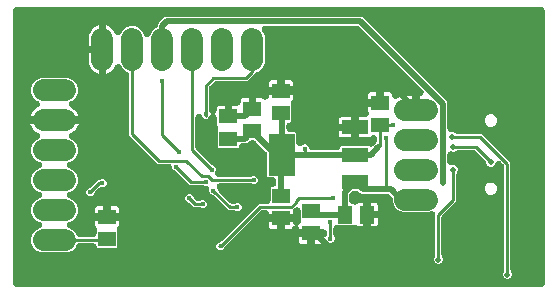
<source format=gbr>
G04 EAGLE Gerber X2 export*
%TF.Part,Single*%
%TF.FileFunction,Copper,L2,Bot,Mixed*%
%TF.FilePolarity,Positive*%
%TF.GenerationSoftware,Autodesk,EAGLE,9.6.2*%
%TF.CreationDate,2022-03-30T08:56:30Z*%
G75*
%MOMM*%
%FSLAX34Y34*%
%LPD*%
%INBottom Copper*%
%AMOC8*
5,1,8,0,0,1.08239X$1,22.5*%
G01*
%ADD10R,1.500000X1.300000*%
%ADD11R,1.300000X1.500000*%
%ADD12R,2.235200X1.219200*%
%ADD13R,2.200000X3.600000*%
%ADD14C,1.828800*%
%ADD15C,0.508000*%
%ADD16C,0.502400*%
%ADD17C,0.452400*%
%ADD18C,0.254000*%

G36*
X448928Y2207D02*
X448928Y2207D01*
X449004Y2205D01*
X449173Y2227D01*
X449344Y2241D01*
X449418Y2259D01*
X449493Y2269D01*
X449657Y2318D01*
X449823Y2359D01*
X449892Y2389D01*
X449966Y2411D01*
X450119Y2487D01*
X450276Y2554D01*
X450340Y2595D01*
X450409Y2628D01*
X450548Y2727D01*
X450692Y2819D01*
X450749Y2870D01*
X450811Y2914D01*
X450932Y3034D01*
X451060Y3148D01*
X451108Y3207D01*
X451162Y3261D01*
X451263Y3399D01*
X451370Y3532D01*
X451407Y3598D01*
X451452Y3659D01*
X451529Y3812D01*
X451614Y3960D01*
X451640Y4032D01*
X451675Y4100D01*
X451726Y4263D01*
X451785Y4423D01*
X451800Y4498D01*
X451823Y4570D01*
X451835Y4675D01*
X451880Y4907D01*
X451887Y5143D01*
X451899Y5248D01*
X451899Y236252D01*
X451893Y236328D01*
X451895Y236404D01*
X451873Y236573D01*
X451859Y236744D01*
X451841Y236818D01*
X451831Y236893D01*
X451782Y237057D01*
X451741Y237223D01*
X451711Y237292D01*
X451689Y237366D01*
X451613Y237519D01*
X451546Y237676D01*
X451505Y237740D01*
X451472Y237809D01*
X451373Y237948D01*
X451281Y238092D01*
X451230Y238149D01*
X451186Y238211D01*
X451066Y238332D01*
X450952Y238460D01*
X450893Y238508D01*
X450839Y238562D01*
X450701Y238663D01*
X450568Y238770D01*
X450502Y238807D01*
X450441Y238852D01*
X450288Y238929D01*
X450140Y239014D01*
X450068Y239040D01*
X450000Y239075D01*
X449837Y239126D01*
X449677Y239185D01*
X449602Y239200D01*
X449530Y239223D01*
X449425Y239235D01*
X449193Y239280D01*
X448957Y239287D01*
X448852Y239299D01*
X5048Y239299D01*
X4972Y239293D01*
X4896Y239295D01*
X4727Y239273D01*
X4556Y239259D01*
X4482Y239241D01*
X4407Y239231D01*
X4243Y239182D01*
X4077Y239141D01*
X4008Y239111D01*
X3934Y239089D01*
X3781Y239013D01*
X3624Y238946D01*
X3560Y238905D01*
X3491Y238872D01*
X3352Y238773D01*
X3208Y238681D01*
X3151Y238630D01*
X3089Y238586D01*
X2968Y238466D01*
X2840Y238352D01*
X2792Y238293D01*
X2738Y238239D01*
X2637Y238101D01*
X2530Y237968D01*
X2493Y237902D01*
X2448Y237841D01*
X2371Y237688D01*
X2286Y237540D01*
X2260Y237468D01*
X2225Y237400D01*
X2174Y237237D01*
X2115Y237077D01*
X2100Y237002D01*
X2077Y236930D01*
X2065Y236825D01*
X2020Y236593D01*
X2013Y236357D01*
X2001Y236252D01*
X2001Y5248D01*
X2007Y5172D01*
X2005Y5096D01*
X2027Y4927D01*
X2041Y4756D01*
X2059Y4682D01*
X2069Y4607D01*
X2118Y4443D01*
X2159Y4277D01*
X2189Y4208D01*
X2211Y4134D01*
X2287Y3981D01*
X2354Y3824D01*
X2395Y3760D01*
X2428Y3691D01*
X2527Y3552D01*
X2619Y3408D01*
X2670Y3351D01*
X2714Y3289D01*
X2834Y3168D01*
X2948Y3040D01*
X3007Y2992D01*
X3061Y2938D01*
X3199Y2837D01*
X3332Y2730D01*
X3398Y2693D01*
X3459Y2648D01*
X3612Y2571D01*
X3760Y2486D01*
X3832Y2460D01*
X3900Y2425D01*
X4063Y2374D01*
X4223Y2315D01*
X4298Y2300D01*
X4370Y2277D01*
X4475Y2265D01*
X4707Y2220D01*
X4943Y2213D01*
X5048Y2201D01*
X448852Y2201D01*
X448928Y2207D01*
G37*
%LPC*%
G36*
X419618Y8917D02*
X419618Y8917D01*
X418227Y9493D01*
X417163Y10557D01*
X416587Y11948D01*
X416587Y13452D01*
X417195Y14921D01*
X417256Y14992D01*
X417315Y15090D01*
X417382Y15182D01*
X417442Y15301D01*
X417511Y15415D01*
X417553Y15521D01*
X417605Y15623D01*
X417645Y15750D01*
X417694Y15873D01*
X417719Y15984D01*
X417753Y16093D01*
X417763Y16187D01*
X417801Y16355D01*
X417819Y16679D01*
X417829Y16771D01*
X417829Y104365D01*
X417820Y104479D01*
X417821Y104593D01*
X417800Y104725D01*
X417789Y104857D01*
X417762Y104968D01*
X417744Y105081D01*
X417703Y105207D01*
X417671Y105336D01*
X417626Y105441D01*
X417590Y105549D01*
X417528Y105667D01*
X417476Y105789D01*
X417415Y105886D01*
X417362Y105987D01*
X417303Y106060D01*
X417211Y106205D01*
X416995Y106448D01*
X416937Y106520D01*
X415187Y108270D01*
X415050Y108386D01*
X414917Y108509D01*
X414862Y108546D01*
X414811Y108589D01*
X414657Y108682D01*
X414506Y108782D01*
X414446Y108809D01*
X414389Y108844D01*
X414221Y108911D01*
X414057Y108985D01*
X413992Y109002D01*
X413931Y109027D01*
X413755Y109066D01*
X413580Y109112D01*
X413514Y109119D01*
X413449Y109133D01*
X413269Y109144D01*
X413089Y109162D01*
X413023Y109157D01*
X412956Y109161D01*
X412777Y109142D01*
X412597Y109131D01*
X412532Y109116D01*
X412466Y109109D01*
X412292Y109061D01*
X412116Y109021D01*
X412054Y108996D01*
X411990Y108978D01*
X411826Y108903D01*
X411659Y108835D01*
X411602Y108800D01*
X411542Y108773D01*
X411392Y108672D01*
X411238Y108578D01*
X411188Y108534D01*
X411132Y108497D01*
X411001Y108374D01*
X410864Y108256D01*
X410821Y108205D01*
X410773Y108159D01*
X410663Y108016D01*
X410547Y107878D01*
X410522Y107832D01*
X410473Y107768D01*
X410239Y107333D01*
X410229Y107302D01*
X410217Y107281D01*
X409607Y105807D01*
X408543Y104743D01*
X407152Y104167D01*
X405648Y104167D01*
X404257Y104743D01*
X403193Y105807D01*
X402585Y107276D01*
X402577Y107369D01*
X402550Y107480D01*
X402532Y107593D01*
X402491Y107719D01*
X402459Y107848D01*
X402414Y107953D01*
X402378Y108061D01*
X402316Y108179D01*
X402264Y108301D01*
X402203Y108398D01*
X402150Y108499D01*
X402091Y108572D01*
X401999Y108717D01*
X401783Y108960D01*
X401725Y109032D01*
X393540Y117217D01*
X393453Y117291D01*
X393373Y117372D01*
X393265Y117450D01*
X393164Y117536D01*
X393066Y117595D01*
X392974Y117662D01*
X392856Y117722D01*
X392742Y117791D01*
X392635Y117833D01*
X392534Y117885D01*
X392407Y117925D01*
X392283Y117974D01*
X392172Y117999D01*
X392063Y118033D01*
X391970Y118043D01*
X391802Y118081D01*
X391478Y118099D01*
X391385Y118109D01*
X378721Y118109D01*
X378607Y118100D01*
X378493Y118101D01*
X378362Y118080D01*
X378229Y118069D01*
X378119Y118042D01*
X378006Y118024D01*
X377879Y117983D01*
X377751Y117951D01*
X377646Y117906D01*
X377537Y117870D01*
X377419Y117808D01*
X377297Y117756D01*
X377201Y117695D01*
X377100Y117642D01*
X377026Y117583D01*
X376881Y117491D01*
X376858Y117470D01*
X375402Y116867D01*
X373898Y116867D01*
X373784Y116914D01*
X373612Y116970D01*
X373443Y117032D01*
X373378Y117045D01*
X373315Y117066D01*
X373136Y117093D01*
X372959Y117127D01*
X372893Y117129D01*
X372827Y117139D01*
X372646Y117137D01*
X372466Y117142D01*
X372400Y117134D01*
X372334Y117133D01*
X372156Y117102D01*
X371977Y117078D01*
X371913Y117059D01*
X371848Y117047D01*
X371677Y116988D01*
X371504Y116936D01*
X371445Y116906D01*
X371382Y116884D01*
X371223Y116798D01*
X371061Y116719D01*
X371007Y116680D01*
X370949Y116648D01*
X370806Y116538D01*
X370659Y116433D01*
X370612Y116386D01*
X370559Y116346D01*
X370436Y116213D01*
X370308Y116086D01*
X370269Y116033D01*
X370224Y115984D01*
X370124Y115833D01*
X370018Y115688D01*
X369988Y115628D01*
X369951Y115573D01*
X369877Y115408D01*
X369795Y115247D01*
X369775Y115184D01*
X369748Y115123D01*
X369701Y114949D01*
X369647Y114777D01*
X369641Y114724D01*
X369620Y114647D01*
X369571Y114156D01*
X369573Y114122D01*
X369571Y114099D01*
X369571Y108151D01*
X369585Y107971D01*
X369592Y107791D01*
X369605Y107726D01*
X369611Y107659D01*
X369654Y107484D01*
X369690Y107307D01*
X369713Y107245D01*
X369729Y107180D01*
X369801Y107014D01*
X369864Y106846D01*
X369898Y106788D01*
X369924Y106727D01*
X370021Y106575D01*
X370111Y106419D01*
X370153Y106367D01*
X370189Y106311D01*
X370309Y106177D01*
X370424Y106037D01*
X370473Y105993D01*
X370518Y105943D01*
X370658Y105830D01*
X370793Y105710D01*
X370850Y105675D01*
X370902Y105633D01*
X371058Y105544D01*
X371211Y105448D01*
X371272Y105422D01*
X371330Y105389D01*
X371500Y105326D01*
X371666Y105256D01*
X371730Y105241D01*
X371793Y105218D01*
X371970Y105183D01*
X372145Y105141D01*
X372212Y105136D01*
X372277Y105123D01*
X372457Y105117D01*
X372637Y105104D01*
X372704Y105110D01*
X372770Y105108D01*
X372949Y105131D01*
X373129Y105147D01*
X373180Y105161D01*
X373259Y105172D01*
X373731Y105314D01*
X373762Y105329D01*
X373784Y105336D01*
X373898Y105383D01*
X375402Y105383D01*
X376793Y104807D01*
X377857Y103743D01*
X378433Y102352D01*
X378433Y100848D01*
X377825Y99379D01*
X377764Y99308D01*
X377705Y99210D01*
X377638Y99118D01*
X377578Y98999D01*
X377509Y98885D01*
X377467Y98779D01*
X377415Y98677D01*
X377375Y98551D01*
X377326Y98427D01*
X377301Y98316D01*
X377267Y98207D01*
X377257Y98113D01*
X377219Y97946D01*
X377201Y97621D01*
X377191Y97529D01*
X377191Y75148D01*
X365383Y63340D01*
X365309Y63253D01*
X365228Y63173D01*
X365150Y63065D01*
X365064Y62964D01*
X365005Y62866D01*
X364938Y62774D01*
X364878Y62656D01*
X364809Y62542D01*
X364767Y62435D01*
X364715Y62334D01*
X364675Y62207D01*
X364626Y62083D01*
X364601Y61972D01*
X364567Y61863D01*
X364557Y61770D01*
X364519Y61602D01*
X364501Y61278D01*
X364491Y61185D01*
X364491Y29471D01*
X364500Y29357D01*
X364499Y29243D01*
X364520Y29112D01*
X364531Y28979D01*
X364558Y28869D01*
X364576Y28756D01*
X364617Y28629D01*
X364649Y28501D01*
X364694Y28396D01*
X364730Y28287D01*
X364792Y28169D01*
X364844Y28047D01*
X364905Y27951D01*
X364958Y27850D01*
X365017Y27776D01*
X365109Y27631D01*
X365130Y27608D01*
X365733Y26152D01*
X365733Y24648D01*
X365157Y23257D01*
X364093Y22193D01*
X362702Y21617D01*
X361198Y21617D01*
X359807Y22193D01*
X358743Y23257D01*
X358167Y24648D01*
X358167Y26152D01*
X358775Y27621D01*
X358836Y27692D01*
X358895Y27790D01*
X358962Y27882D01*
X359022Y28001D01*
X359091Y28115D01*
X359133Y28221D01*
X359185Y28323D01*
X359225Y28450D01*
X359274Y28573D01*
X359299Y28684D01*
X359333Y28793D01*
X359343Y28887D01*
X359381Y29055D01*
X359399Y29379D01*
X359409Y29471D01*
X359409Y63417D01*
X359395Y63598D01*
X359388Y63778D01*
X359375Y63843D01*
X359369Y63909D01*
X359326Y64084D01*
X359290Y64261D01*
X359267Y64323D01*
X359251Y64388D01*
X359179Y64554D01*
X359116Y64723D01*
X359082Y64780D01*
X359056Y64841D01*
X358959Y64993D01*
X358869Y65150D01*
X358827Y65201D01*
X358791Y65257D01*
X358671Y65392D01*
X358556Y65532D01*
X358507Y65576D01*
X358462Y65625D01*
X358322Y65739D01*
X358187Y65858D01*
X358130Y65894D01*
X358078Y65935D01*
X357922Y66024D01*
X357769Y66121D01*
X357708Y66146D01*
X357650Y66179D01*
X357480Y66242D01*
X357314Y66312D01*
X357250Y66328D01*
X357187Y66351D01*
X357010Y66386D01*
X356835Y66428D01*
X356768Y66433D01*
X356703Y66446D01*
X356523Y66451D01*
X356343Y66465D01*
X356276Y66459D01*
X356210Y66461D01*
X356031Y66437D01*
X355851Y66422D01*
X355801Y66407D01*
X355721Y66396D01*
X355249Y66254D01*
X355218Y66239D01*
X355196Y66233D01*
X354116Y65785D01*
X331684Y65785D01*
X327857Y67371D01*
X324927Y70301D01*
X323341Y74128D01*
X323341Y76407D01*
X323332Y76521D01*
X323333Y76635D01*
X323312Y76767D01*
X323301Y76899D01*
X323274Y77010D01*
X323256Y77123D01*
X323215Y77249D01*
X323183Y77378D01*
X323138Y77483D01*
X323102Y77591D01*
X323040Y77709D01*
X322988Y77831D01*
X322927Y77927D01*
X322874Y78029D01*
X322815Y78102D01*
X322723Y78247D01*
X322507Y78490D01*
X322449Y78562D01*
X320878Y80133D01*
X320791Y80207D01*
X320711Y80288D01*
X320603Y80366D01*
X320502Y80452D01*
X320404Y80511D01*
X320312Y80578D01*
X320194Y80638D01*
X320080Y80707D01*
X319973Y80749D01*
X319872Y80801D01*
X319745Y80841D01*
X319621Y80890D01*
X319510Y80915D01*
X319401Y80949D01*
X319308Y80959D01*
X319140Y80997D01*
X318816Y81015D01*
X318723Y81025D01*
X296930Y81025D01*
X295529Y81605D01*
X294208Y82927D01*
X294121Y83001D01*
X294041Y83082D01*
X293933Y83160D01*
X293832Y83246D01*
X293734Y83305D01*
X293642Y83372D01*
X293524Y83432D01*
X293410Y83501D01*
X293303Y83543D01*
X293202Y83595D01*
X293075Y83635D01*
X292951Y83684D01*
X292840Y83709D01*
X292731Y83743D01*
X292638Y83753D01*
X292470Y83791D01*
X292146Y83809D01*
X292053Y83819D01*
X290623Y83819D01*
X290509Y83810D01*
X290395Y83811D01*
X290263Y83790D01*
X290131Y83779D01*
X290020Y83752D01*
X289907Y83734D01*
X289781Y83693D01*
X289652Y83661D01*
X289547Y83616D01*
X289439Y83580D01*
X289321Y83518D01*
X289199Y83466D01*
X289103Y83405D01*
X289001Y83352D01*
X288928Y83293D01*
X288783Y83201D01*
X288540Y82985D01*
X288468Y82927D01*
X287303Y81762D01*
X287229Y81675D01*
X287148Y81595D01*
X287070Y81487D01*
X286984Y81386D01*
X286925Y81288D01*
X286858Y81196D01*
X286798Y81078D01*
X286729Y80964D01*
X286687Y80857D01*
X286635Y80756D01*
X286595Y80629D01*
X286546Y80505D01*
X286521Y80394D01*
X286487Y80285D01*
X286477Y80192D01*
X286439Y80024D01*
X286421Y79700D01*
X286411Y79607D01*
X286411Y75318D01*
X286417Y75247D01*
X286415Y75183D01*
X286415Y75179D01*
X286415Y75166D01*
X286437Y74997D01*
X286451Y74826D01*
X286469Y74752D01*
X286479Y74677D01*
X286528Y74513D01*
X286569Y74347D01*
X286599Y74278D01*
X286621Y74204D01*
X286697Y74051D01*
X286764Y73894D01*
X286805Y73830D01*
X286838Y73761D01*
X286937Y73622D01*
X287029Y73478D01*
X287080Y73421D01*
X287124Y73359D01*
X287244Y73238D01*
X287358Y73110D01*
X287417Y73062D01*
X287471Y73008D01*
X287609Y72907D01*
X287742Y72800D01*
X287808Y72763D01*
X287869Y72718D01*
X288022Y72641D01*
X288170Y72556D01*
X288242Y72530D01*
X288310Y72495D01*
X288473Y72444D01*
X288633Y72385D01*
X288708Y72370D01*
X288780Y72347D01*
X288885Y72335D01*
X289117Y72290D01*
X289353Y72283D01*
X289458Y72271D01*
X289858Y72271D01*
X289916Y72248D01*
X289984Y72211D01*
X290145Y72156D01*
X290304Y72093D01*
X290378Y72076D01*
X290450Y72051D01*
X290619Y72023D01*
X290785Y71986D01*
X290861Y71982D01*
X290937Y71969D01*
X291108Y71968D01*
X291278Y71958D01*
X291354Y71966D01*
X291430Y71966D01*
X291599Y71992D01*
X291768Y72010D01*
X291842Y72031D01*
X291917Y72042D01*
X292080Y72096D01*
X292244Y72141D01*
X292313Y72173D01*
X292386Y72197D01*
X292537Y72276D01*
X292693Y72347D01*
X292756Y72389D01*
X292823Y72425D01*
X292906Y72490D01*
X293102Y72622D01*
X293274Y72784D01*
X293357Y72850D01*
X293540Y73033D01*
X294119Y73368D01*
X294765Y73541D01*
X298351Y73541D01*
X298351Y63702D01*
X298357Y63626D01*
X298355Y63550D01*
X298365Y63473D01*
X298363Y63403D01*
X298351Y63298D01*
X298351Y53459D01*
X294765Y53459D01*
X294119Y53632D01*
X293540Y53967D01*
X293357Y54150D01*
X293299Y54199D01*
X293246Y54255D01*
X293111Y54359D01*
X292981Y54470D01*
X292915Y54509D01*
X292855Y54555D01*
X292705Y54636D01*
X292558Y54724D01*
X292487Y54753D01*
X292420Y54789D01*
X292258Y54844D01*
X292100Y54907D01*
X292026Y54924D01*
X291953Y54949D01*
X291785Y54977D01*
X291618Y55014D01*
X291542Y55018D01*
X291467Y55031D01*
X291297Y55032D01*
X291126Y55042D01*
X291050Y55034D01*
X290974Y55034D01*
X290805Y55008D01*
X290635Y54990D01*
X290562Y54969D01*
X290486Y54957D01*
X290324Y54904D01*
X290160Y54859D01*
X290090Y54827D01*
X290018Y54803D01*
X289876Y54729D01*
X276098Y54729D01*
X276022Y54723D01*
X275946Y54725D01*
X275777Y54703D01*
X275606Y54689D01*
X275532Y54671D01*
X275457Y54661D01*
X275293Y54612D01*
X275127Y54571D01*
X275058Y54541D01*
X274984Y54519D01*
X274831Y54443D01*
X274674Y54376D01*
X274610Y54335D01*
X274541Y54302D01*
X274402Y54203D01*
X274258Y54111D01*
X274201Y54060D01*
X274139Y54016D01*
X274018Y53896D01*
X273890Y53782D01*
X273842Y53723D01*
X273788Y53669D01*
X273687Y53531D01*
X273580Y53398D01*
X273543Y53332D01*
X273498Y53271D01*
X273421Y53118D01*
X273336Y52970D01*
X273310Y52898D01*
X273275Y52830D01*
X273224Y52667D01*
X273165Y52507D01*
X273150Y52432D01*
X273127Y52360D01*
X273115Y52255D01*
X273070Y52023D01*
X273063Y51787D01*
X273051Y51682D01*
X273051Y46884D01*
X273052Y46874D01*
X273051Y46864D01*
X273071Y46629D01*
X273091Y46392D01*
X273093Y46383D01*
X273094Y46373D01*
X273105Y46334D01*
X273209Y45913D01*
X273261Y45793D01*
X273283Y45718D01*
X274043Y43883D01*
X274043Y42477D01*
X273505Y41179D01*
X272511Y40185D01*
X271213Y39647D01*
X269807Y39647D01*
X268509Y40185D01*
X268380Y40314D01*
X268207Y40461D01*
X268035Y40611D01*
X268019Y40621D01*
X268004Y40633D01*
X267809Y40751D01*
X267615Y40871D01*
X267598Y40878D01*
X267582Y40888D01*
X267370Y40972D01*
X267160Y41060D01*
X267141Y41064D01*
X267124Y41071D01*
X266901Y41120D01*
X266679Y41172D01*
X266660Y41174D01*
X266642Y41178D01*
X266414Y41190D01*
X266187Y41206D01*
X266168Y41204D01*
X266149Y41205D01*
X265923Y41181D01*
X265696Y41160D01*
X265678Y41155D01*
X265659Y41153D01*
X265440Y41093D01*
X265219Y41035D01*
X265201Y41027D01*
X265183Y41022D01*
X264975Y40927D01*
X264768Y40835D01*
X264752Y40825D01*
X264735Y40817D01*
X264545Y40689D01*
X264355Y40565D01*
X264341Y40552D01*
X264325Y40541D01*
X264159Y40385D01*
X263991Y40231D01*
X263982Y40219D01*
X263966Y40203D01*
X263666Y39812D01*
X263622Y39730D01*
X263586Y39682D01*
X263533Y39590D01*
X263060Y39117D01*
X262481Y38782D01*
X261835Y38609D01*
X257249Y38609D01*
X257249Y44401D01*
X264922Y44401D01*
X264998Y44407D01*
X265074Y44405D01*
X265243Y44427D01*
X265414Y44441D01*
X265488Y44459D01*
X265563Y44469D01*
X265727Y44518D01*
X265893Y44559D01*
X265962Y44589D01*
X266036Y44611D01*
X266189Y44687D01*
X266346Y44754D01*
X266410Y44795D01*
X266479Y44828D01*
X266618Y44927D01*
X266762Y45019D01*
X266819Y45070D01*
X266881Y45114D01*
X267002Y45234D01*
X267130Y45348D01*
X267178Y45407D01*
X267232Y45460D01*
X267333Y45599D01*
X267440Y45731D01*
X267477Y45798D01*
X267522Y45859D01*
X267599Y46012D01*
X267684Y46160D01*
X267710Y46232D01*
X267745Y46300D01*
X267796Y46463D01*
X267855Y46623D01*
X267870Y46697D01*
X267893Y46770D01*
X267905Y46875D01*
X267950Y47107D01*
X267957Y47343D01*
X267969Y47448D01*
X267969Y47852D01*
X267963Y47928D01*
X267965Y48004D01*
X267943Y48173D01*
X267929Y48344D01*
X267911Y48418D01*
X267901Y48493D01*
X267852Y48657D01*
X267811Y48823D01*
X267781Y48892D01*
X267759Y48966D01*
X267683Y49119D01*
X267616Y49276D01*
X267575Y49340D01*
X267542Y49409D01*
X267443Y49548D01*
X267351Y49692D01*
X267300Y49749D01*
X267256Y49811D01*
X267136Y49932D01*
X267022Y50060D01*
X266963Y50108D01*
X266909Y50162D01*
X266771Y50263D01*
X266638Y50370D01*
X266572Y50407D01*
X266511Y50452D01*
X266358Y50529D01*
X266210Y50614D01*
X266138Y50640D01*
X266070Y50675D01*
X265907Y50726D01*
X265747Y50785D01*
X265672Y50800D01*
X265600Y50823D01*
X265495Y50835D01*
X265263Y50880D01*
X265027Y50887D01*
X264922Y50899D01*
X254202Y50899D01*
X254126Y50893D01*
X254050Y50895D01*
X253973Y50885D01*
X253903Y50887D01*
X253798Y50899D01*
X243959Y50899D01*
X243959Y51009D01*
X243954Y51070D01*
X243955Y51109D01*
X243944Y51195D01*
X243944Y51198D01*
X243936Y51388D01*
X243924Y51444D01*
X243919Y51500D01*
X243874Y51684D01*
X243835Y51871D01*
X243814Y51924D01*
X243801Y51979D01*
X243726Y52154D01*
X243657Y52331D01*
X243629Y52380D01*
X243606Y52433D01*
X243504Y52593D01*
X243408Y52757D01*
X243372Y52801D01*
X243341Y52849D01*
X243215Y52990D01*
X243093Y53137D01*
X243050Y53174D01*
X243012Y53216D01*
X242865Y53336D01*
X242721Y53461D01*
X242673Y53491D01*
X242629Y53526D01*
X242464Y53620D01*
X242302Y53720D01*
X242249Y53742D01*
X242200Y53770D01*
X242022Y53836D01*
X241846Y53909D01*
X241791Y53922D01*
X241737Y53942D01*
X241726Y53944D01*
X241783Y53950D01*
X241840Y53948D01*
X242029Y53973D01*
X242218Y53990D01*
X242273Y54005D01*
X242329Y54012D01*
X242511Y54067D01*
X242695Y54115D01*
X242747Y54138D01*
X242801Y54155D01*
X242972Y54238D01*
X243146Y54315D01*
X243193Y54347D01*
X243245Y54372D01*
X243399Y54481D01*
X243558Y54586D01*
X243600Y54624D01*
X243647Y54657D01*
X243782Y54791D01*
X243922Y54919D01*
X243949Y54956D01*
X243998Y55004D01*
X244225Y55316D01*
X244240Y55335D01*
X244246Y55344D01*
X244288Y55403D01*
X244309Y55443D01*
X244327Y55468D01*
X244467Y55710D01*
X244650Y55893D01*
X244699Y55951D01*
X244755Y56004D01*
X244859Y56139D01*
X244970Y56269D01*
X245009Y56335D01*
X245055Y56395D01*
X245136Y56545D01*
X245224Y56692D01*
X245253Y56763D01*
X245289Y56830D01*
X245344Y56991D01*
X245407Y57150D01*
X245424Y57224D01*
X245449Y57297D01*
X245477Y57465D01*
X245514Y57632D01*
X245518Y57708D01*
X245531Y57783D01*
X245532Y57953D01*
X245542Y58124D01*
X245534Y58200D01*
X245534Y58276D01*
X245508Y58445D01*
X245490Y58615D01*
X245469Y58688D01*
X245457Y58764D01*
X245404Y58926D01*
X245359Y59090D01*
X245327Y59160D01*
X245303Y59232D01*
X245229Y59374D01*
X245229Y66639D01*
X245226Y66677D01*
X245228Y66716D01*
X245206Y66924D01*
X245189Y67131D01*
X245180Y67168D01*
X245176Y67206D01*
X245121Y67408D01*
X245071Y67610D01*
X245056Y67645D01*
X245045Y67682D01*
X244958Y67872D01*
X244876Y68063D01*
X244856Y68096D01*
X244840Y68130D01*
X244723Y68304D01*
X244611Y68479D01*
X244586Y68508D01*
X244564Y68540D01*
X244421Y68692D01*
X244282Y68847D01*
X244253Y68871D01*
X244226Y68899D01*
X244061Y69026D01*
X243898Y69157D01*
X243865Y69176D01*
X243835Y69199D01*
X243651Y69298D01*
X243470Y69401D01*
X243434Y69415D01*
X243400Y69433D01*
X243203Y69500D01*
X243007Y69573D01*
X242970Y69580D01*
X242934Y69593D01*
X242728Y69627D01*
X242523Y69668D01*
X242485Y69669D01*
X242447Y69675D01*
X242238Y69676D01*
X242030Y69683D01*
X241992Y69678D01*
X241954Y69678D01*
X241748Y69646D01*
X241541Y69618D01*
X241504Y69607D01*
X241467Y69601D01*
X241268Y69536D01*
X241069Y69476D01*
X241034Y69459D01*
X240998Y69447D01*
X240812Y69351D01*
X240625Y69259D01*
X240594Y69237D01*
X240560Y69219D01*
X240488Y69161D01*
X240223Y68974D01*
X240101Y68853D01*
X240027Y68794D01*
X239533Y68300D01*
X239459Y68213D01*
X239378Y68133D01*
X239300Y68025D01*
X239214Y67924D01*
X239155Y67826D01*
X239088Y67734D01*
X239028Y67615D01*
X238959Y67502D01*
X238917Y67395D01*
X238865Y67294D01*
X238825Y67167D01*
X238776Y67043D01*
X238751Y66932D01*
X238717Y66823D01*
X238707Y66730D01*
X238669Y66562D01*
X238651Y66238D01*
X238641Y66145D01*
X238641Y63599D01*
X228802Y63599D01*
X228726Y63593D01*
X228650Y63595D01*
X228573Y63585D01*
X228503Y63587D01*
X228398Y63599D01*
X218559Y63599D01*
X218559Y64262D01*
X218553Y64338D01*
X218555Y64414D01*
X218533Y64583D01*
X218519Y64754D01*
X218501Y64828D01*
X218491Y64903D01*
X218442Y65067D01*
X218401Y65233D01*
X218371Y65302D01*
X218349Y65376D01*
X218273Y65529D01*
X218206Y65686D01*
X218165Y65750D01*
X218132Y65819D01*
X218033Y65958D01*
X217941Y66102D01*
X217890Y66159D01*
X217846Y66221D01*
X217726Y66342D01*
X217612Y66470D01*
X217553Y66518D01*
X217499Y66572D01*
X217362Y66672D01*
X217229Y66780D01*
X217162Y66818D01*
X217101Y66862D01*
X216948Y66939D01*
X216800Y67024D01*
X216728Y67050D01*
X216660Y67085D01*
X216497Y67136D01*
X216337Y67195D01*
X216262Y67210D01*
X216190Y67233D01*
X216085Y67245D01*
X215853Y67290D01*
X215617Y67297D01*
X215512Y67309D01*
X213135Y67309D01*
X213021Y67300D01*
X212907Y67301D01*
X212775Y67280D01*
X212643Y67269D01*
X212532Y67242D01*
X212419Y67224D01*
X212293Y67183D01*
X212164Y67151D01*
X212059Y67106D01*
X211951Y67070D01*
X211833Y67008D01*
X211711Y66956D01*
X211614Y66895D01*
X211513Y66842D01*
X211440Y66783D01*
X211295Y66691D01*
X211052Y66475D01*
X210980Y66417D01*
X182216Y37652D01*
X182209Y37645D01*
X182202Y37639D01*
X182049Y37456D01*
X181896Y37276D01*
X181891Y37268D01*
X181885Y37261D01*
X181865Y37226D01*
X181641Y36854D01*
X181593Y36732D01*
X181555Y36664D01*
X180795Y34829D01*
X179801Y33835D01*
X178503Y33297D01*
X177097Y33297D01*
X175799Y33835D01*
X174738Y34896D01*
X174718Y34934D01*
X174712Y34942D01*
X174708Y34951D01*
X174683Y34983D01*
X174425Y35331D01*
X174331Y35423D01*
X174283Y35484D01*
X173989Y35778D01*
X173989Y37882D01*
X174283Y38176D01*
X174289Y38183D01*
X174296Y38190D01*
X174450Y38373D01*
X174602Y38552D01*
X174607Y38560D01*
X174613Y38568D01*
X174633Y38603D01*
X174718Y38744D01*
X175799Y39825D01*
X177634Y40585D01*
X177642Y40589D01*
X177652Y40592D01*
X177864Y40703D01*
X178073Y40810D01*
X178080Y40816D01*
X178089Y40820D01*
X178121Y40846D01*
X178470Y41103D01*
X178561Y41197D01*
X178622Y41246D01*
X209768Y72391D01*
X216782Y72391D01*
X216858Y72397D01*
X216934Y72395D01*
X217103Y72417D01*
X217274Y72431D01*
X217348Y72449D01*
X217423Y72459D01*
X217587Y72508D01*
X217753Y72549D01*
X217822Y72579D01*
X217896Y72601D01*
X218049Y72677D01*
X218206Y72744D01*
X218270Y72785D01*
X218339Y72818D01*
X218478Y72917D01*
X218622Y73009D01*
X218679Y73060D01*
X218741Y73104D01*
X218862Y73224D01*
X218990Y73338D01*
X219038Y73397D01*
X219092Y73451D01*
X219193Y73589D01*
X219300Y73722D01*
X219337Y73788D01*
X219382Y73849D01*
X219459Y74002D01*
X219544Y74150D01*
X219570Y74222D01*
X219605Y74290D01*
X219656Y74453D01*
X219715Y74613D01*
X219730Y74688D01*
X219753Y74760D01*
X219765Y74865D01*
X219810Y75097D01*
X219817Y75333D01*
X219829Y75438D01*
X219829Y86376D01*
X220574Y87121D01*
X221742Y87121D01*
X221818Y87127D01*
X221894Y87125D01*
X222063Y87147D01*
X222234Y87161D01*
X222308Y87179D01*
X222383Y87189D01*
X222547Y87238D01*
X222713Y87279D01*
X222782Y87309D01*
X222856Y87331D01*
X223009Y87407D01*
X223166Y87474D01*
X223230Y87515D01*
X223299Y87548D01*
X223438Y87647D01*
X223582Y87739D01*
X223639Y87790D01*
X223701Y87834D01*
X223822Y87954D01*
X223950Y88068D01*
X223998Y88127D01*
X224052Y88181D01*
X224153Y88319D01*
X224260Y88452D01*
X224297Y88518D01*
X224342Y88579D01*
X224419Y88732D01*
X224504Y88880D01*
X224530Y88952D01*
X224565Y89020D01*
X224616Y89183D01*
X224675Y89343D01*
X224690Y89418D01*
X224713Y89490D01*
X224725Y89595D01*
X224770Y89827D01*
X224777Y90063D01*
X224789Y90168D01*
X224789Y91982D01*
X224783Y92058D01*
X224785Y92134D01*
X224763Y92303D01*
X224749Y92474D01*
X224731Y92548D01*
X224721Y92623D01*
X224672Y92787D01*
X224631Y92953D01*
X224601Y93022D01*
X224579Y93096D01*
X224503Y93249D01*
X224436Y93406D01*
X224395Y93470D01*
X224362Y93539D01*
X224263Y93678D01*
X224171Y93822D01*
X224120Y93879D01*
X224076Y93941D01*
X223956Y94062D01*
X223842Y94190D01*
X223783Y94238D01*
X223729Y94292D01*
X223591Y94393D01*
X223458Y94500D01*
X223392Y94537D01*
X223331Y94582D01*
X223178Y94659D01*
X223030Y94744D01*
X222958Y94770D01*
X222890Y94805D01*
X222727Y94856D01*
X222567Y94915D01*
X222492Y94930D01*
X222420Y94953D01*
X222315Y94965D01*
X222083Y95010D01*
X221847Y95017D01*
X221742Y95029D01*
X217834Y95029D01*
X217089Y95774D01*
X217089Y114739D01*
X217080Y114853D01*
X217081Y114967D01*
X217060Y115099D01*
X217049Y115231D01*
X217022Y115342D01*
X217004Y115455D01*
X216963Y115581D01*
X216931Y115710D01*
X216886Y115815D01*
X216850Y115923D01*
X216788Y116041D01*
X216736Y116163D01*
X216675Y116259D01*
X216622Y116361D01*
X216563Y116434D01*
X216471Y116579D01*
X216255Y116822D01*
X216197Y116894D01*
X207744Y125347D01*
X207657Y125421D01*
X207577Y125502D01*
X207469Y125580D01*
X207368Y125666D01*
X207270Y125725D01*
X207178Y125792D01*
X207060Y125852D01*
X206946Y125921D01*
X206839Y125963D01*
X206738Y126015D01*
X206611Y126055D01*
X206487Y126104D01*
X206376Y126129D01*
X206267Y126163D01*
X206174Y126173D01*
X206006Y126211D01*
X205682Y126229D01*
X205589Y126239D01*
X203351Y126239D01*
X203237Y126230D01*
X203123Y126231D01*
X202991Y126210D01*
X202859Y126199D01*
X202748Y126172D01*
X202635Y126154D01*
X202509Y126113D01*
X202380Y126081D01*
X202275Y126036D01*
X202167Y126000D01*
X202049Y125938D01*
X201927Y125886D01*
X201831Y125825D01*
X201729Y125772D01*
X201656Y125713D01*
X201511Y125621D01*
X201268Y125405D01*
X201196Y125347D01*
X200279Y124429D01*
X198878Y123849D01*
X195968Y123849D01*
X195892Y123843D01*
X195816Y123845D01*
X195647Y123823D01*
X195476Y123809D01*
X195402Y123791D01*
X195327Y123781D01*
X195163Y123732D01*
X194997Y123691D01*
X194928Y123661D01*
X194854Y123639D01*
X194701Y123563D01*
X194544Y123496D01*
X194480Y123455D01*
X194411Y123422D01*
X194272Y123323D01*
X194128Y123231D01*
X194071Y123180D01*
X194009Y123136D01*
X193888Y123016D01*
X193760Y122902D01*
X193712Y122843D01*
X193658Y122789D01*
X193557Y122651D01*
X193450Y122518D01*
X193413Y122452D01*
X193368Y122391D01*
X193291Y122238D01*
X193206Y122090D01*
X193180Y122018D01*
X193145Y121950D01*
X193094Y121787D01*
X193035Y121627D01*
X193020Y121552D01*
X192997Y121480D01*
X192985Y121375D01*
X192940Y121143D01*
X192933Y120907D01*
X192921Y120802D01*
X192921Y120634D01*
X192176Y119889D01*
X176124Y119889D01*
X175379Y120634D01*
X175379Y134918D01*
X175403Y134977D01*
X175439Y135044D01*
X175494Y135205D01*
X175557Y135364D01*
X175574Y135438D01*
X175599Y135510D01*
X175627Y135679D01*
X175664Y135845D01*
X175668Y135922D01*
X175681Y135997D01*
X175682Y136167D01*
X175692Y136338D01*
X175684Y136414D01*
X175684Y136490D01*
X175658Y136659D01*
X175640Y136829D01*
X175619Y136902D01*
X175607Y136977D01*
X175554Y137140D01*
X175509Y137304D01*
X175477Y137374D01*
X175453Y137446D01*
X175374Y137598D01*
X175303Y137753D01*
X175261Y137816D01*
X175225Y137884D01*
X175160Y137966D01*
X175028Y138162D01*
X174980Y138212D01*
X174962Y138239D01*
X174860Y138342D01*
X174800Y138417D01*
X174617Y138600D01*
X174282Y139179D01*
X174109Y139825D01*
X174109Y145789D01*
X174098Y145931D01*
X174096Y146074D01*
X174078Y146177D01*
X174069Y146281D01*
X174035Y146419D01*
X174010Y146560D01*
X173976Y146659D01*
X173951Y146760D01*
X173894Y146891D01*
X173847Y147025D01*
X173797Y147117D01*
X173756Y147213D01*
X173680Y147333D01*
X173611Y147459D01*
X173547Y147541D01*
X173491Y147629D01*
X173396Y147736D01*
X173309Y147848D01*
X173232Y147919D01*
X173162Y147997D01*
X173051Y148087D01*
X172947Y148184D01*
X172860Y148242D01*
X172778Y148307D01*
X172655Y148378D01*
X172536Y148456D01*
X172441Y148499D01*
X172350Y148551D01*
X172247Y148589D01*
X172269Y148600D01*
X172367Y148637D01*
X172491Y148708D01*
X172619Y148771D01*
X172704Y148831D01*
X172794Y148884D01*
X172905Y148974D01*
X173021Y149057D01*
X173095Y149130D01*
X173176Y149196D01*
X173271Y149303D01*
X173372Y149403D01*
X173433Y149488D01*
X173503Y149566D01*
X173578Y149687D01*
X173662Y149802D01*
X173709Y149895D01*
X173765Y149984D01*
X173820Y150115D01*
X173885Y150242D01*
X173916Y150342D01*
X173957Y150438D01*
X173990Y150577D01*
X174033Y150713D01*
X174042Y150791D01*
X174072Y150918D01*
X174105Y151351D01*
X174109Y151391D01*
X174109Y153495D01*
X174282Y154141D01*
X174617Y154720D01*
X175090Y155193D01*
X175669Y155528D01*
X176315Y155701D01*
X180901Y155701D01*
X180901Y146862D01*
X180907Y146786D01*
X180905Y146710D01*
X180927Y146541D01*
X180941Y146370D01*
X180959Y146297D01*
X180969Y146221D01*
X181018Y146057D01*
X181059Y145892D01*
X181089Y145822D01*
X181111Y145749D01*
X181187Y145595D01*
X181254Y145438D01*
X181295Y145374D01*
X181328Y145306D01*
X181427Y145166D01*
X181519Y145022D01*
X181570Y144965D01*
X181614Y144903D01*
X181734Y144782D01*
X181848Y144654D01*
X181907Y144606D01*
X181960Y144552D01*
X182099Y144452D01*
X182231Y144344D01*
X182298Y144307D01*
X182359Y144262D01*
X182512Y144185D01*
X182660Y144100D01*
X182732Y144074D01*
X182800Y144040D01*
X182963Y143988D01*
X183123Y143929D01*
X183197Y143914D01*
X183270Y143891D01*
X183375Y143879D01*
X183607Y143834D01*
X183843Y143827D01*
X183948Y143815D01*
X184352Y143815D01*
X184428Y143821D01*
X184504Y143819D01*
X184673Y143841D01*
X184844Y143855D01*
X184918Y143873D01*
X184993Y143883D01*
X185157Y143933D01*
X185323Y143974D01*
X185392Y144004D01*
X185466Y144026D01*
X185619Y144101D01*
X185776Y144168D01*
X185840Y144209D01*
X185909Y144243D01*
X186048Y144341D01*
X186192Y144433D01*
X186249Y144484D01*
X186311Y144528D01*
X186432Y144648D01*
X186560Y144762D01*
X186608Y144821D01*
X186662Y144875D01*
X186763Y145013D01*
X186870Y145146D01*
X186907Y145212D01*
X186952Y145274D01*
X187029Y145426D01*
X187114Y145575D01*
X187140Y145646D01*
X187175Y145714D01*
X187226Y145877D01*
X187285Y146037D01*
X187300Y146112D01*
X187323Y146184D01*
X187335Y146289D01*
X187380Y146521D01*
X187387Y146757D01*
X187399Y146862D01*
X187399Y155701D01*
X191382Y155701D01*
X191458Y155707D01*
X191534Y155705D01*
X191703Y155727D01*
X191874Y155741D01*
X191948Y155759D01*
X192023Y155769D01*
X192187Y155818D01*
X192353Y155859D01*
X192422Y155889D01*
X192496Y155911D01*
X192649Y155987D01*
X192806Y156054D01*
X192870Y156095D01*
X192939Y156128D01*
X193078Y156227D01*
X193222Y156319D01*
X193279Y156370D01*
X193341Y156414D01*
X193462Y156534D01*
X193590Y156648D01*
X193638Y156707D01*
X193692Y156761D01*
X193793Y156899D01*
X193900Y157032D01*
X193937Y157098D01*
X193982Y157159D01*
X194059Y157312D01*
X194144Y157460D01*
X194170Y157532D01*
X194205Y157600D01*
X194256Y157763D01*
X194315Y157923D01*
X194330Y157998D01*
X194353Y158070D01*
X194365Y158175D01*
X194410Y158407D01*
X194417Y158643D01*
X194429Y158748D01*
X194429Y159845D01*
X194602Y160491D01*
X194937Y161070D01*
X195410Y161543D01*
X195989Y161878D01*
X196635Y162051D01*
X201221Y162051D01*
X201221Y153212D01*
X201227Y153136D01*
X201225Y153060D01*
X201247Y152891D01*
X201261Y152720D01*
X201279Y152647D01*
X201289Y152571D01*
X201338Y152407D01*
X201379Y152242D01*
X201409Y152172D01*
X201431Y152099D01*
X201507Y151945D01*
X201574Y151788D01*
X201615Y151724D01*
X201648Y151656D01*
X201747Y151516D01*
X201839Y151372D01*
X201890Y151315D01*
X201934Y151253D01*
X202054Y151132D01*
X202168Y151004D01*
X202227Y150956D01*
X202280Y150902D01*
X202419Y150802D01*
X202551Y150694D01*
X202618Y150657D01*
X202679Y150612D01*
X202832Y150535D01*
X202980Y150450D01*
X203052Y150424D01*
X203120Y150390D01*
X203283Y150338D01*
X203443Y150279D01*
X203517Y150264D01*
X203590Y150241D01*
X203695Y150229D01*
X203927Y150184D01*
X204163Y150177D01*
X204268Y150165D01*
X204672Y150165D01*
X204748Y150171D01*
X204824Y150169D01*
X204993Y150191D01*
X205164Y150205D01*
X205238Y150223D01*
X205313Y150233D01*
X205477Y150283D01*
X205643Y150324D01*
X205712Y150354D01*
X205786Y150376D01*
X205939Y150451D01*
X206096Y150518D01*
X206160Y150559D01*
X206229Y150593D01*
X206368Y150691D01*
X206512Y150783D01*
X206569Y150834D01*
X206631Y150878D01*
X206752Y150998D01*
X206880Y151112D01*
X206928Y151171D01*
X206982Y151225D01*
X207083Y151363D01*
X207190Y151496D01*
X207227Y151562D01*
X207272Y151624D01*
X207349Y151776D01*
X207434Y151925D01*
X207460Y151996D01*
X207495Y152064D01*
X207546Y152227D01*
X207605Y152387D01*
X207620Y152462D01*
X207643Y152534D01*
X207655Y152639D01*
X207700Y152871D01*
X207707Y153107D01*
X207719Y153212D01*
X207719Y162051D01*
X212305Y162051D01*
X212951Y161878D01*
X213625Y161488D01*
X213733Y161397D01*
X213766Y161377D01*
X213796Y161353D01*
X213977Y161250D01*
X214155Y161142D01*
X214191Y161128D01*
X214224Y161109D01*
X214420Y161036D01*
X214613Y160959D01*
X214651Y160951D01*
X214687Y160937D01*
X214892Y160897D01*
X215095Y160852D01*
X215133Y160850D01*
X215171Y160842D01*
X215379Y160836D01*
X215588Y160824D01*
X215626Y160828D01*
X215664Y160827D01*
X215870Y160854D01*
X216078Y160876D01*
X216115Y160887D01*
X216153Y160892D01*
X216353Y160952D01*
X216554Y161007D01*
X216589Y161023D01*
X216626Y161034D01*
X216813Y161126D01*
X217002Y161213D01*
X217034Y161234D01*
X217069Y161251D01*
X217239Y161372D01*
X217412Y161488D01*
X217440Y161514D01*
X217471Y161536D01*
X217619Y161683D01*
X217771Y161826D01*
X217795Y161856D01*
X217822Y161883D01*
X217944Y162051D01*
X218072Y162217D01*
X218090Y162251D01*
X218112Y162282D01*
X218206Y162468D01*
X218305Y162652D01*
X218317Y162688D01*
X218335Y162722D01*
X218397Y162922D01*
X218465Y163118D01*
X218471Y163156D01*
X218483Y163193D01*
X218493Y163286D01*
X218548Y163605D01*
X218549Y163777D01*
X218559Y163871D01*
X218559Y165001D01*
X228398Y165001D01*
X228474Y165007D01*
X228550Y165005D01*
X228627Y165015D01*
X228697Y165013D01*
X228802Y165001D01*
X238641Y165001D01*
X238641Y161415D01*
X238468Y160769D01*
X238133Y160190D01*
X237950Y160007D01*
X237901Y159949D01*
X237845Y159896D01*
X237741Y159761D01*
X237630Y159631D01*
X237591Y159565D01*
X237545Y159505D01*
X237464Y159355D01*
X237376Y159208D01*
X237347Y159137D01*
X237311Y159070D01*
X237256Y158908D01*
X237193Y158750D01*
X237176Y158676D01*
X237151Y158603D01*
X237123Y158435D01*
X237086Y158268D01*
X237082Y158192D01*
X237069Y158117D01*
X237068Y157947D01*
X237058Y157776D01*
X237066Y157700D01*
X237066Y157624D01*
X237092Y157455D01*
X237110Y157285D01*
X237131Y157212D01*
X237143Y157136D01*
X237196Y156974D01*
X237241Y156810D01*
X237273Y156740D01*
X237297Y156668D01*
X237371Y156526D01*
X237371Y142224D01*
X236626Y141479D01*
X236218Y141479D01*
X236142Y141473D01*
X236066Y141475D01*
X235897Y141453D01*
X235726Y141439D01*
X235652Y141421D01*
X235577Y141411D01*
X235413Y141362D01*
X235247Y141321D01*
X235178Y141291D01*
X235104Y141269D01*
X234951Y141193D01*
X234794Y141126D01*
X234730Y141085D01*
X234661Y141052D01*
X234522Y140953D01*
X234378Y140861D01*
X234321Y140810D01*
X234259Y140766D01*
X234138Y140646D01*
X234010Y140532D01*
X233962Y140473D01*
X233908Y140419D01*
X233807Y140281D01*
X233700Y140148D01*
X233663Y140082D01*
X233618Y140021D01*
X233541Y139868D01*
X233456Y139720D01*
X233430Y139648D01*
X233395Y139580D01*
X233344Y139417D01*
X233285Y139257D01*
X233270Y139182D01*
X233247Y139110D01*
X233235Y139005D01*
X233190Y138773D01*
X233183Y138537D01*
X233171Y138432D01*
X233171Y136618D01*
X233177Y136542D01*
X233175Y136466D01*
X233197Y136296D01*
X233211Y136126D01*
X233229Y136052D01*
X233239Y135977D01*
X233288Y135813D01*
X233329Y135647D01*
X233359Y135578D01*
X233381Y135504D01*
X233457Y135351D01*
X233524Y135194D01*
X233565Y135130D01*
X233598Y135061D01*
X233697Y134922D01*
X233789Y134778D01*
X233840Y134721D01*
X233884Y134659D01*
X234004Y134538D01*
X234118Y134410D01*
X234177Y134362D01*
X234231Y134308D01*
X234369Y134207D01*
X234502Y134100D01*
X234568Y134063D01*
X234629Y134018D01*
X234782Y133941D01*
X234930Y133856D01*
X235002Y133830D01*
X235070Y133795D01*
X235233Y133744D01*
X235393Y133685D01*
X235468Y133670D01*
X235540Y133647D01*
X235645Y133635D01*
X235877Y133590D01*
X236113Y133583D01*
X236218Y133571D01*
X240886Y133571D01*
X241631Y132826D01*
X241631Y124443D01*
X241634Y124406D01*
X241632Y124367D01*
X241654Y124159D01*
X241671Y123952D01*
X241680Y123915D01*
X241684Y123877D01*
X241739Y123675D01*
X241789Y123473D01*
X241804Y123438D01*
X241815Y123401D01*
X241902Y123211D01*
X241984Y123020D01*
X242004Y122987D01*
X242020Y122953D01*
X242137Y122779D01*
X242249Y122603D01*
X242274Y122575D01*
X242296Y122543D01*
X242439Y122391D01*
X242578Y122236D01*
X242607Y122212D01*
X242634Y122184D01*
X242800Y122056D01*
X242962Y121926D01*
X242995Y121907D01*
X243025Y121884D01*
X243209Y121785D01*
X243390Y121682D01*
X243426Y121668D01*
X243460Y121650D01*
X243657Y121583D01*
X243853Y121510D01*
X243890Y121503D01*
X243926Y121490D01*
X244132Y121455D01*
X244337Y121415D01*
X244375Y121414D01*
X244413Y121408D01*
X244622Y121406D01*
X244830Y121400D01*
X244868Y121405D01*
X244906Y121405D01*
X245112Y121437D01*
X245319Y121464D01*
X245356Y121475D01*
X245393Y121481D01*
X245591Y121547D01*
X245791Y121607D01*
X245826Y121624D01*
X245862Y121636D01*
X246048Y121732D01*
X246235Y121824D01*
X246266Y121846D01*
X246300Y121864D01*
X246372Y121922D01*
X246637Y122109D01*
X246759Y122230D01*
X246833Y122289D01*
X246919Y122375D01*
X248217Y122913D01*
X249623Y122913D01*
X250921Y122375D01*
X251915Y121381D01*
X252490Y119992D01*
X252590Y119797D01*
X252686Y119601D01*
X252702Y119578D01*
X252715Y119553D01*
X252845Y119377D01*
X252971Y119199D01*
X252991Y119179D01*
X253008Y119156D01*
X253165Y119003D01*
X253318Y118848D01*
X253341Y118831D01*
X253362Y118811D01*
X253541Y118686D01*
X253717Y118558D01*
X253742Y118545D01*
X253766Y118529D01*
X253963Y118434D01*
X254157Y118335D01*
X254184Y118327D01*
X254210Y118314D01*
X254420Y118253D01*
X254628Y118187D01*
X254651Y118184D01*
X254683Y118175D01*
X255173Y118114D01*
X255253Y118117D01*
X255306Y118111D01*
X275844Y118111D01*
X275920Y118117D01*
X275996Y118115D01*
X276165Y118137D01*
X276336Y118151D01*
X276410Y118169D01*
X276485Y118179D01*
X276649Y118228D01*
X276815Y118269D01*
X276884Y118299D01*
X276958Y118321D01*
X277111Y118397D01*
X277268Y118464D01*
X277332Y118505D01*
X277401Y118538D01*
X277540Y118637D01*
X277684Y118729D01*
X277741Y118780D01*
X277803Y118824D01*
X277924Y118944D01*
X278052Y119058D01*
X278100Y119117D01*
X278154Y119171D01*
X278255Y119309D01*
X278362Y119442D01*
X278399Y119508D01*
X278444Y119569D01*
X278521Y119722D01*
X278606Y119870D01*
X278632Y119942D01*
X278667Y120010D01*
X278718Y120173D01*
X278777Y120333D01*
X278792Y120408D01*
X278815Y120480D01*
X278827Y120585D01*
X278872Y120817D01*
X278875Y120906D01*
X279636Y121667D01*
X303091Y121667D01*
X303130Y121633D01*
X303195Y121594D01*
X303256Y121548D01*
X303406Y121467D01*
X303553Y121379D01*
X303623Y121351D01*
X303691Y121314D01*
X303852Y121259D01*
X304011Y121196D01*
X304085Y121179D01*
X304157Y121154D01*
X304325Y121126D01*
X304492Y121089D01*
X304569Y121085D01*
X304644Y121072D01*
X304814Y121071D01*
X304985Y121061D01*
X305061Y121069D01*
X305137Y121069D01*
X305306Y121095D01*
X305476Y121113D01*
X305549Y121134D01*
X305624Y121145D01*
X305787Y121199D01*
X305951Y121244D01*
X306020Y121276D01*
X306093Y121300D01*
X306244Y121379D01*
X306400Y121450D01*
X306463Y121492D01*
X306531Y121528D01*
X306613Y121593D01*
X306809Y121725D01*
X306981Y121887D01*
X307064Y121953D01*
X308987Y123876D01*
X309061Y123963D01*
X309142Y124043D01*
X309220Y124150D01*
X309306Y124252D01*
X309365Y124350D01*
X309432Y124442D01*
X309492Y124561D01*
X309561Y124674D01*
X309603Y124781D01*
X309655Y124882D01*
X309695Y125009D01*
X309744Y125133D01*
X309769Y125244D01*
X309803Y125353D01*
X309813Y125446D01*
X309851Y125614D01*
X309869Y125938D01*
X309879Y126031D01*
X309879Y127733D01*
X309876Y127771D01*
X309878Y127810D01*
X309856Y128017D01*
X309839Y128225D01*
X309830Y128262D01*
X309826Y128300D01*
X309771Y128501D01*
X309721Y128704D01*
X309706Y128739D01*
X309695Y128776D01*
X309608Y128965D01*
X309526Y129157D01*
X309506Y129190D01*
X309490Y129224D01*
X309373Y129397D01*
X309261Y129573D01*
X309236Y129602D01*
X309214Y129634D01*
X309072Y129785D01*
X308932Y129941D01*
X308903Y129965D01*
X308876Y129993D01*
X308711Y130120D01*
X308548Y130251D01*
X308515Y130270D01*
X308485Y130293D01*
X308301Y130392D01*
X308120Y130495D01*
X308084Y130509D01*
X308050Y130527D01*
X307853Y130594D01*
X307657Y130667D01*
X307620Y130674D01*
X307584Y130687D01*
X307378Y130722D01*
X307173Y130762D01*
X307135Y130763D01*
X307097Y130769D01*
X306888Y130770D01*
X306680Y130777D01*
X306642Y130772D01*
X306604Y130772D01*
X306397Y130740D01*
X306191Y130712D01*
X306154Y130701D01*
X306117Y130696D01*
X305919Y130630D01*
X305719Y130570D01*
X305684Y130553D01*
X305648Y130541D01*
X305463Y130445D01*
X305275Y130353D01*
X305244Y130331D01*
X305210Y130313D01*
X305138Y130255D01*
X304873Y130068D01*
X304751Y129947D01*
X304677Y129888D01*
X304074Y129285D01*
X303495Y128950D01*
X302849Y128777D01*
X294385Y128777D01*
X294385Y137414D01*
X294385Y146051D01*
X299906Y146051D01*
X300039Y146062D01*
X300172Y146062D01*
X300284Y146081D01*
X300398Y146091D01*
X300527Y146123D01*
X300659Y146145D01*
X300766Y146182D01*
X300877Y146209D01*
X300999Y146262D01*
X301125Y146305D01*
X301226Y146359D01*
X301330Y146404D01*
X301443Y146475D01*
X301560Y146538D01*
X301650Y146608D01*
X301746Y146669D01*
X301846Y146758D01*
X301951Y146839D01*
X302029Y146922D01*
X302114Y146998D01*
X302198Y147101D01*
X302289Y147198D01*
X302353Y147293D01*
X302424Y147382D01*
X302490Y147497D01*
X302564Y147608D01*
X302612Y147711D01*
X302668Y147810D01*
X302714Y147935D01*
X302770Y148056D01*
X302800Y148166D01*
X302840Y148273D01*
X302865Y148404D01*
X302901Y148532D01*
X302913Y148645D01*
X302934Y148757D01*
X302939Y148890D01*
X302953Y149022D01*
X302946Y149136D01*
X302950Y149250D01*
X302932Y149382D01*
X302925Y149515D01*
X302900Y149626D01*
X302885Y149739D01*
X302847Y149867D01*
X302818Y149997D01*
X302784Y150074D01*
X302743Y150211D01*
X302572Y150562D01*
X302555Y150599D01*
X302379Y151255D01*
X302379Y154841D01*
X312218Y154841D01*
X312294Y154847D01*
X312370Y154845D01*
X312539Y154867D01*
X312710Y154881D01*
X312783Y154899D01*
X312859Y154909D01*
X313023Y154958D01*
X313188Y154999D01*
X313258Y155029D01*
X313331Y155051D01*
X313485Y155127D01*
X313642Y155194D01*
X313706Y155235D01*
X313774Y155268D01*
X313914Y155367D01*
X314058Y155459D01*
X314115Y155510D01*
X314177Y155554D01*
X314298Y155674D01*
X314426Y155788D01*
X314474Y155847D01*
X314528Y155900D01*
X314558Y155941D01*
X314581Y155958D01*
X314702Y156078D01*
X314830Y156192D01*
X314878Y156251D01*
X314932Y156305D01*
X315033Y156443D01*
X315140Y156576D01*
X315177Y156642D01*
X315222Y156704D01*
X315299Y156856D01*
X315384Y157005D01*
X315410Y157076D01*
X315445Y157144D01*
X315496Y157307D01*
X315555Y157467D01*
X315570Y157542D01*
X315593Y157614D01*
X315605Y157719D01*
X315650Y157951D01*
X315657Y158187D01*
X315669Y158292D01*
X315669Y167131D01*
X320255Y167131D01*
X320901Y166958D01*
X321480Y166623D01*
X321953Y166150D01*
X322288Y165571D01*
X322461Y164925D01*
X322461Y164617D01*
X322464Y164571D01*
X322462Y164526D01*
X322484Y164326D01*
X322501Y164125D01*
X322512Y164081D01*
X322517Y164035D01*
X322571Y163842D01*
X322619Y163647D01*
X322638Y163604D01*
X322650Y163560D01*
X322735Y163378D01*
X322814Y163193D01*
X322839Y163155D01*
X322858Y163113D01*
X322971Y162946D01*
X323079Y162777D01*
X323109Y162743D01*
X323135Y162705D01*
X323274Y162559D01*
X323408Y162409D01*
X323443Y162380D01*
X323475Y162347D01*
X323635Y162226D01*
X323792Y162099D01*
X323831Y162077D01*
X323868Y162049D01*
X324045Y161955D01*
X324220Y161855D01*
X324263Y161839D01*
X324304Y161818D01*
X324494Y161754D01*
X324683Y161684D01*
X324728Y161675D01*
X324771Y161660D01*
X324970Y161628D01*
X325167Y161589D01*
X325213Y161588D01*
X325258Y161580D01*
X325460Y161580D01*
X325660Y161574D01*
X325705Y161580D01*
X325751Y161580D01*
X325950Y161612D01*
X326149Y161638D01*
X326193Y161651D01*
X326238Y161659D01*
X326429Y161723D01*
X326621Y161781D01*
X326663Y161801D01*
X326706Y161815D01*
X326792Y161864D01*
X327065Y161998D01*
X327215Y162104D01*
X327299Y162152D01*
X327632Y162394D01*
X329271Y163229D01*
X331020Y163797D01*
X332836Y164085D01*
X339853Y164085D01*
X339853Y152400D01*
X339859Y152324D01*
X339856Y152248D01*
X339879Y152079D01*
X339893Y151909D01*
X339911Y151835D01*
X339921Y151759D01*
X339970Y151595D01*
X340011Y151430D01*
X340041Y151360D01*
X340063Y151287D01*
X340138Y151133D01*
X340206Y150976D01*
X340247Y150912D01*
X340280Y150844D01*
X340379Y150704D01*
X340471Y150560D01*
X340522Y150504D01*
X340566Y150441D01*
X340686Y150320D01*
X340800Y150192D01*
X340859Y150145D01*
X340912Y150090D01*
X341051Y149990D01*
X341183Y149883D01*
X341250Y149845D01*
X341311Y149800D01*
X341464Y149723D01*
X341612Y149639D01*
X341684Y149612D01*
X341752Y149578D01*
X341914Y149526D01*
X342075Y149467D01*
X342149Y149452D01*
X342222Y149429D01*
X342327Y149418D01*
X342559Y149372D01*
X342795Y149365D01*
X342900Y149353D01*
X342976Y149359D01*
X343052Y149357D01*
X343221Y149379D01*
X343392Y149393D01*
X343466Y149411D01*
X343541Y149421D01*
X343705Y149471D01*
X343871Y149512D01*
X343941Y149542D01*
X344014Y149564D01*
X344167Y149639D01*
X344324Y149706D01*
X344388Y149747D01*
X344457Y149781D01*
X344596Y149880D01*
X344740Y149971D01*
X344797Y150022D01*
X344859Y150066D01*
X344981Y150186D01*
X345108Y150300D01*
X345156Y150359D01*
X345210Y150413D01*
X345311Y150551D01*
X345418Y150684D01*
X345456Y150750D01*
X345500Y150812D01*
X345577Y150964D01*
X345662Y151113D01*
X345688Y151184D01*
X345723Y151252D01*
X345774Y151415D01*
X345834Y151575D01*
X345848Y151650D01*
X345871Y151723D01*
X345883Y151827D01*
X345928Y152059D01*
X345936Y152295D01*
X345947Y152400D01*
X345947Y164085D01*
X346409Y164085D01*
X346447Y164088D01*
X346485Y164086D01*
X346693Y164108D01*
X346901Y164125D01*
X346938Y164134D01*
X346976Y164138D01*
X347177Y164193D01*
X347380Y164243D01*
X347415Y164258D01*
X347452Y164269D01*
X347642Y164356D01*
X347833Y164438D01*
X347865Y164458D01*
X347900Y164474D01*
X348074Y164591D01*
X348249Y164703D01*
X348278Y164728D01*
X348309Y164750D01*
X348461Y164893D01*
X348617Y165032D01*
X348641Y165061D01*
X348669Y165087D01*
X348796Y165253D01*
X348927Y165416D01*
X348946Y165449D01*
X348969Y165479D01*
X349068Y165663D01*
X349171Y165844D01*
X349184Y165880D01*
X349202Y165914D01*
X349270Y166111D01*
X349343Y166307D01*
X349350Y166344D01*
X349362Y166380D01*
X349398Y166587D01*
X349437Y166791D01*
X349439Y166829D01*
X349445Y166867D01*
X349446Y167076D01*
X349453Y167284D01*
X349448Y167322D01*
X349448Y167360D01*
X349416Y167567D01*
X349388Y167773D01*
X349377Y167810D01*
X349371Y167847D01*
X349306Y168046D01*
X349246Y168245D01*
X349229Y168280D01*
X349217Y168316D01*
X349121Y168501D01*
X349029Y168689D01*
X349007Y168720D01*
X348989Y168754D01*
X348931Y168826D01*
X348744Y169091D01*
X348623Y169213D01*
X348564Y169287D01*
X295224Y222627D01*
X295137Y222701D01*
X295057Y222782D01*
X294949Y222860D01*
X294848Y222946D01*
X294750Y223005D01*
X294658Y223072D01*
X294540Y223132D01*
X294426Y223201D01*
X294319Y223243D01*
X294218Y223295D01*
X294091Y223335D01*
X293967Y223384D01*
X293856Y223409D01*
X293747Y223443D01*
X293654Y223453D01*
X293486Y223491D01*
X293162Y223509D01*
X293069Y223519D01*
X215380Y223519D01*
X215342Y223516D01*
X215304Y223518D01*
X215096Y223496D01*
X214888Y223479D01*
X214851Y223470D01*
X214813Y223466D01*
X214612Y223411D01*
X214410Y223361D01*
X214375Y223346D01*
X214338Y223335D01*
X214148Y223248D01*
X213956Y223166D01*
X213924Y223146D01*
X213889Y223130D01*
X213716Y223013D01*
X213540Y222901D01*
X213512Y222876D01*
X213480Y222854D01*
X213328Y222711D01*
X213172Y222572D01*
X213148Y222543D01*
X213120Y222516D01*
X212993Y222351D01*
X212862Y222188D01*
X212843Y222155D01*
X212820Y222125D01*
X212721Y221941D01*
X212618Y221760D01*
X212605Y221724D01*
X212587Y221690D01*
X212519Y221493D01*
X212447Y221297D01*
X212439Y221260D01*
X212427Y221224D01*
X212392Y221018D01*
X212352Y220813D01*
X212351Y220775D01*
X212344Y220737D01*
X212343Y220528D01*
X212337Y220320D01*
X212342Y220282D01*
X212341Y220244D01*
X212374Y220038D01*
X212401Y219831D01*
X212412Y219794D01*
X212418Y219757D01*
X212483Y219558D01*
X212544Y219359D01*
X212560Y219324D01*
X212572Y219288D01*
X212669Y219102D01*
X212760Y218915D01*
X212782Y218884D01*
X212800Y218850D01*
X212858Y218778D01*
X213046Y218513D01*
X213167Y218391D01*
X213225Y218317D01*
X213299Y218243D01*
X214885Y214416D01*
X214885Y191984D01*
X213299Y188157D01*
X210370Y185227D01*
X208831Y184589D01*
X208822Y184585D01*
X208813Y184582D01*
X208602Y184472D01*
X208392Y184364D01*
X208384Y184359D01*
X208375Y184354D01*
X208344Y184329D01*
X207995Y184071D01*
X207903Y183978D01*
X207842Y183929D01*
X200442Y176529D01*
X173765Y176529D01*
X173651Y176520D01*
X173537Y176521D01*
X173405Y176500D01*
X173273Y176489D01*
X173162Y176462D01*
X173049Y176444D01*
X172923Y176403D01*
X172794Y176371D01*
X172689Y176326D01*
X172581Y176290D01*
X172463Y176228D01*
X172341Y176176D01*
X172244Y176115D01*
X172143Y176062D01*
X172070Y176003D01*
X171925Y175911D01*
X171682Y175695D01*
X171610Y175637D01*
X168533Y172560D01*
X168459Y172473D01*
X168378Y172393D01*
X168300Y172285D01*
X168214Y172184D01*
X168155Y172086D01*
X168088Y171994D01*
X168028Y171876D01*
X167959Y171762D01*
X167917Y171655D01*
X167865Y171554D01*
X167825Y171427D01*
X167776Y171303D01*
X167751Y171192D01*
X167717Y171083D01*
X167707Y170990D01*
X167669Y170822D01*
X167651Y170498D01*
X167641Y170405D01*
X167641Y152294D01*
X167642Y152284D01*
X167641Y152274D01*
X167661Y152039D01*
X167681Y151802D01*
X167683Y151793D01*
X167684Y151783D01*
X167695Y151745D01*
X167799Y151323D01*
X167851Y151203D01*
X167873Y151128D01*
X168247Y150225D01*
X168312Y150098D01*
X168368Y149967D01*
X168424Y149879D01*
X168472Y149786D01*
X168556Y149671D01*
X168633Y149551D01*
X168703Y149473D01*
X168765Y149389D01*
X168867Y149289D01*
X168962Y149183D01*
X169043Y149117D01*
X169118Y149044D01*
X169235Y148962D01*
X169346Y148873D01*
X169436Y148821D01*
X169522Y148761D01*
X169650Y148699D01*
X169774Y148629D01*
X169872Y148593D01*
X169876Y148591D01*
X169821Y148563D01*
X169688Y148509D01*
X169599Y148455D01*
X169505Y148409D01*
X169389Y148327D01*
X169268Y148252D01*
X169188Y148184D01*
X169103Y148123D01*
X169002Y148023D01*
X168894Y147930D01*
X168826Y147850D01*
X168752Y147777D01*
X168668Y147662D01*
X168577Y147552D01*
X168539Y147484D01*
X168462Y147378D01*
X168266Y146990D01*
X168247Y146955D01*
X168095Y146589D01*
X167034Y145528D01*
X166996Y145508D01*
X166988Y145502D01*
X166979Y145498D01*
X166947Y145473D01*
X166599Y145215D01*
X166507Y145121D01*
X166446Y145073D01*
X166152Y144779D01*
X164048Y144779D01*
X163754Y145073D01*
X163747Y145079D01*
X163740Y145086D01*
X163557Y145240D01*
X163378Y145392D01*
X163370Y145397D01*
X163362Y145403D01*
X163327Y145423D01*
X163186Y145508D01*
X162105Y146589D01*
X162073Y146666D01*
X162008Y146792D01*
X161952Y146924D01*
X161896Y147012D01*
X161848Y147105D01*
X161763Y147220D01*
X161687Y147340D01*
X161617Y147418D01*
X161555Y147502D01*
X161453Y147601D01*
X161358Y147707D01*
X161277Y147773D01*
X161202Y147846D01*
X161085Y147928D01*
X160974Y148017D01*
X160884Y148069D01*
X160798Y148129D01*
X160670Y148191D01*
X160546Y148261D01*
X160448Y148298D01*
X160354Y148343D01*
X160217Y148383D01*
X160083Y148433D01*
X159980Y148453D01*
X159880Y148483D01*
X159739Y148500D01*
X159599Y148528D01*
X159495Y148531D01*
X159391Y148544D01*
X159248Y148539D01*
X159106Y148543D01*
X159002Y148529D01*
X158898Y148526D01*
X158758Y148497D01*
X158617Y148479D01*
X158517Y148448D01*
X158414Y148428D01*
X158281Y148377D01*
X158144Y148336D01*
X158051Y148290D01*
X157953Y148253D01*
X157829Y148182D01*
X157701Y148119D01*
X157616Y148059D01*
X157526Y148007D01*
X157415Y147916D01*
X157299Y147834D01*
X157225Y147760D01*
X157144Y147694D01*
X157050Y147587D01*
X156948Y147487D01*
X156887Y147403D01*
X156817Y147324D01*
X156741Y147203D01*
X156658Y147088D01*
X156611Y146995D01*
X156555Y146907D01*
X156500Y146775D01*
X156435Y146648D01*
X156404Y146548D01*
X156363Y146452D01*
X156330Y146313D01*
X156287Y146177D01*
X156278Y146099D01*
X156248Y145972D01*
X156233Y145779D01*
X156230Y145762D01*
X156228Y145716D01*
X156215Y145539D01*
X156211Y145500D01*
X156211Y120425D01*
X156220Y120311D01*
X156219Y120197D01*
X156240Y120065D01*
X156251Y119933D01*
X156278Y119822D01*
X156296Y119709D01*
X156337Y119583D01*
X156369Y119454D01*
X156414Y119349D01*
X156450Y119241D01*
X156512Y119123D01*
X156564Y119001D01*
X156625Y118904D01*
X156678Y118803D01*
X156737Y118730D01*
X156829Y118585D01*
X157045Y118342D01*
X157103Y118270D01*
X169358Y106016D01*
X169365Y106009D01*
X169371Y106002D01*
X169556Y105847D01*
X169734Y105696D01*
X169742Y105691D01*
X169749Y105685D01*
X169784Y105665D01*
X170156Y105441D01*
X170278Y105393D01*
X170346Y105355D01*
X172181Y104595D01*
X173175Y103601D01*
X173713Y102303D01*
X173713Y100897D01*
X173119Y99464D01*
X173064Y99292D01*
X173001Y99123D01*
X172988Y99058D01*
X172968Y98995D01*
X172941Y98816D01*
X172906Y98639D01*
X172904Y98573D01*
X172894Y98507D01*
X172897Y98326D01*
X172891Y98146D01*
X172900Y98080D01*
X172900Y98013D01*
X172932Y97835D01*
X172955Y97657D01*
X172975Y97593D01*
X172986Y97528D01*
X173046Y97357D01*
X173098Y97184D01*
X173127Y97125D01*
X173149Y97062D01*
X173235Y96904D01*
X173315Y96741D01*
X173353Y96687D01*
X173385Y96629D01*
X173496Y96486D01*
X173600Y96339D01*
X173647Y96292D01*
X173688Y96239D01*
X173820Y96116D01*
X173947Y95988D01*
X174001Y95949D01*
X174049Y95904D01*
X174200Y95804D01*
X174346Y95698D01*
X174405Y95668D01*
X174460Y95631D01*
X174625Y95557D01*
X174786Y95475D01*
X174849Y95455D01*
X174910Y95428D01*
X175084Y95381D01*
X175257Y95327D01*
X175309Y95321D01*
X175387Y95300D01*
X175878Y95251D01*
X175911Y95253D01*
X175934Y95251D01*
X202036Y95251D01*
X202046Y95252D01*
X202056Y95251D01*
X202291Y95271D01*
X202528Y95291D01*
X202537Y95293D01*
X202547Y95294D01*
X202586Y95305D01*
X203007Y95409D01*
X203127Y95461D01*
X203202Y95483D01*
X205037Y96243D01*
X206443Y96243D01*
X207741Y95705D01*
X208735Y94711D01*
X209273Y93413D01*
X209273Y92007D01*
X208735Y90709D01*
X207741Y89715D01*
X206443Y89177D01*
X205037Y89177D01*
X203202Y89937D01*
X203193Y89940D01*
X203185Y89945D01*
X202959Y90016D01*
X202733Y90089D01*
X202723Y90090D01*
X202714Y90093D01*
X202674Y90097D01*
X202245Y90162D01*
X202114Y90160D01*
X202036Y90169D01*
X177204Y90169D01*
X177024Y90155D01*
X176844Y90148D01*
X176779Y90135D01*
X176713Y90129D01*
X176537Y90086D01*
X176361Y90050D01*
X176298Y90027D01*
X176234Y90011D01*
X176068Y89939D01*
X175899Y89876D01*
X175842Y89842D01*
X175780Y89816D01*
X175628Y89719D01*
X175472Y89629D01*
X175420Y89587D01*
X175364Y89551D01*
X175230Y89431D01*
X175090Y89316D01*
X175046Y89267D01*
X174997Y89222D01*
X174883Y89082D01*
X174764Y88947D01*
X174728Y88890D01*
X174687Y88838D01*
X174598Y88682D01*
X174501Y88529D01*
X174475Y88467D01*
X174443Y88410D01*
X174380Y88240D01*
X174310Y88074D01*
X174294Y88010D01*
X174271Y87947D01*
X174236Y87770D01*
X174194Y87595D01*
X174189Y87528D01*
X174176Y87463D01*
X174171Y87283D01*
X174157Y87103D01*
X174163Y87036D01*
X174161Y86970D01*
X174184Y86791D01*
X174200Y86611D01*
X174215Y86561D01*
X174225Y86481D01*
X174368Y86009D01*
X174383Y85978D01*
X174389Y85956D01*
X175205Y83986D01*
X175209Y83978D01*
X175212Y83968D01*
X175322Y83758D01*
X175430Y83547D01*
X175436Y83539D01*
X175440Y83531D01*
X175465Y83499D01*
X175723Y83150D01*
X175817Y83059D01*
X175866Y82998D01*
X185580Y73283D01*
X185667Y73209D01*
X185747Y73128D01*
X185855Y73050D01*
X185956Y72964D01*
X186054Y72905D01*
X186146Y72838D01*
X186264Y72778D01*
X186378Y72709D01*
X186485Y72667D01*
X186586Y72615D01*
X186713Y72575D01*
X186837Y72526D01*
X186948Y72501D01*
X187057Y72467D01*
X187150Y72457D01*
X187318Y72419D01*
X187642Y72401D01*
X187735Y72391D01*
X188066Y72391D01*
X188076Y72392D01*
X188086Y72391D01*
X188321Y72411D01*
X188558Y72431D01*
X188567Y72433D01*
X188577Y72434D01*
X188616Y72445D01*
X189037Y72549D01*
X189157Y72601D01*
X189232Y72623D01*
X191067Y73383D01*
X192473Y73383D01*
X193771Y72845D01*
X194765Y71851D01*
X195303Y70553D01*
X195303Y69147D01*
X194765Y67849D01*
X193771Y66855D01*
X192473Y66317D01*
X191067Y66317D01*
X189232Y67077D01*
X189223Y67080D01*
X189215Y67085D01*
X188988Y67156D01*
X188763Y67229D01*
X188753Y67230D01*
X188744Y67233D01*
X188704Y67237D01*
X188275Y67302D01*
X188144Y67300D01*
X188066Y67309D01*
X184368Y67309D01*
X181987Y69690D01*
X172272Y79404D01*
X172265Y79411D01*
X172259Y79418D01*
X172077Y79570D01*
X171896Y79724D01*
X171888Y79729D01*
X171881Y79735D01*
X171845Y79755D01*
X171474Y79979D01*
X171353Y80027D01*
X171284Y80065D01*
X169449Y80825D01*
X168455Y81819D01*
X167917Y83117D01*
X167917Y84860D01*
X167911Y84936D01*
X167913Y85012D01*
X167891Y85181D01*
X167877Y85352D01*
X167859Y85426D01*
X167849Y85501D01*
X167800Y85665D01*
X167759Y85831D01*
X167729Y85900D01*
X167707Y85974D01*
X167632Y86127D01*
X167564Y86284D01*
X167523Y86348D01*
X167490Y86417D01*
X167391Y86556D01*
X167299Y86700D01*
X167248Y86757D01*
X167204Y86819D01*
X167084Y86940D01*
X166970Y87068D01*
X166911Y87116D01*
X166857Y87170D01*
X166719Y87270D01*
X166586Y87378D01*
X166520Y87415D01*
X166459Y87460D01*
X166306Y87537D01*
X166158Y87622D01*
X166086Y87648D01*
X166018Y87683D01*
X165855Y87734D01*
X165695Y87793D01*
X165620Y87808D01*
X165548Y87831D01*
X165443Y87843D01*
X165211Y87888D01*
X164975Y87895D01*
X164870Y87907D01*
X164397Y87907D01*
X162562Y88667D01*
X162553Y88670D01*
X162545Y88675D01*
X162318Y88746D01*
X162093Y88819D01*
X162083Y88820D01*
X162074Y88823D01*
X162034Y88827D01*
X161605Y88892D01*
X161474Y88890D01*
X161396Y88899D01*
X151348Y88899D01*
X140522Y99724D01*
X140515Y99731D01*
X140509Y99738D01*
X140326Y99891D01*
X140146Y100044D01*
X140138Y100049D01*
X140131Y100055D01*
X140096Y100075D01*
X139724Y100299D01*
X139602Y100347D01*
X139534Y100385D01*
X137699Y101145D01*
X136705Y102139D01*
X136167Y103437D01*
X136167Y103632D01*
X136161Y103708D01*
X136163Y103784D01*
X136141Y103953D01*
X136127Y104124D01*
X136109Y104198D01*
X136099Y104273D01*
X136050Y104437D01*
X136009Y104603D01*
X135979Y104672D01*
X135957Y104746D01*
X135881Y104899D01*
X135814Y105056D01*
X135773Y105120D01*
X135740Y105189D01*
X135641Y105328D01*
X135549Y105472D01*
X135498Y105529D01*
X135454Y105591D01*
X135334Y105712D01*
X135220Y105840D01*
X135161Y105888D01*
X135107Y105942D01*
X134969Y106043D01*
X134836Y106150D01*
X134770Y106187D01*
X134709Y106232D01*
X134556Y106309D01*
X134408Y106394D01*
X134336Y106420D01*
X134268Y106455D01*
X134105Y106506D01*
X133945Y106565D01*
X133870Y106580D01*
X133798Y106603D01*
X133693Y106615D01*
X133461Y106660D01*
X133225Y106667D01*
X133120Y106679D01*
X124678Y106679D01*
X100329Y131028D01*
X100329Y181799D01*
X100312Y182016D01*
X100298Y182235D01*
X100292Y182263D01*
X100289Y182291D01*
X100237Y182503D01*
X100188Y182716D01*
X100177Y182742D01*
X100171Y182770D01*
X100084Y182971D01*
X100002Y183173D01*
X99987Y183197D01*
X99976Y183223D01*
X99859Y183408D01*
X99745Y183594D01*
X99726Y183616D01*
X99711Y183639D01*
X99566Y183802D01*
X99423Y183968D01*
X99401Y183986D01*
X99382Y184007D01*
X99213Y184144D01*
X99045Y184285D01*
X99024Y184296D01*
X98998Y184317D01*
X98570Y184561D01*
X98494Y184589D01*
X98448Y184615D01*
X96970Y185227D01*
X94041Y188156D01*
X93672Y189046D01*
X93597Y189193D01*
X93530Y189344D01*
X93485Y189412D01*
X93447Y189485D01*
X93349Y189618D01*
X93258Y189756D01*
X93203Y189816D01*
X93154Y189882D01*
X93036Y189998D01*
X92924Y190119D01*
X92860Y190169D01*
X92801Y190226D01*
X92666Y190321D01*
X92536Y190423D01*
X92464Y190462D01*
X92397Y190509D01*
X92248Y190581D01*
X92103Y190661D01*
X92026Y190688D01*
X91953Y190723D01*
X91794Y190770D01*
X91638Y190825D01*
X91558Y190840D01*
X91479Y190863D01*
X91315Y190883D01*
X91153Y190913D01*
X91071Y190914D01*
X90990Y190924D01*
X90825Y190918D01*
X90659Y190921D01*
X90578Y190909D01*
X90497Y190906D01*
X90335Y190873D01*
X90171Y190849D01*
X90094Y190824D01*
X90013Y190808D01*
X89858Y190749D01*
X89701Y190699D01*
X89629Y190662D01*
X89552Y190633D01*
X89408Y190550D01*
X89261Y190476D01*
X89196Y190428D01*
X89125Y190387D01*
X88997Y190282D01*
X88863Y190184D01*
X88806Y190126D01*
X88743Y190074D01*
X88633Y189950D01*
X88518Y189832D01*
X88483Y189779D01*
X88417Y189704D01*
X88154Y189287D01*
X88148Y189272D01*
X88142Y189263D01*
X87464Y187932D01*
X86383Y186444D01*
X85082Y185143D01*
X83594Y184062D01*
X81955Y183227D01*
X80517Y182760D01*
X80517Y203200D01*
X80517Y223640D01*
X81955Y223173D01*
X83594Y222338D01*
X85082Y221257D01*
X86383Y219956D01*
X87464Y218468D01*
X88142Y217137D01*
X88191Y217058D01*
X88220Y216999D01*
X88253Y216952D01*
X88308Y216851D01*
X88358Y216786D01*
X88401Y216717D01*
X88505Y216597D01*
X88506Y216596D01*
X88509Y216592D01*
X88611Y216461D01*
X88670Y216406D01*
X88724Y216344D01*
X88851Y216238D01*
X88972Y216126D01*
X89040Y216081D01*
X89103Y216028D01*
X89245Y215945D01*
X89383Y215853D01*
X89458Y215819D01*
X89528Y215778D01*
X89682Y215718D01*
X89833Y215650D01*
X89912Y215629D01*
X89988Y215600D01*
X90150Y215565D01*
X90310Y215523D01*
X90391Y215514D01*
X90471Y215498D01*
X90636Y215490D01*
X90800Y215474D01*
X90882Y215479D01*
X90964Y215475D01*
X91128Y215494D01*
X91293Y215504D01*
X91372Y215522D01*
X91454Y215532D01*
X91613Y215577D01*
X91774Y215614D01*
X91849Y215645D01*
X91928Y215667D01*
X92078Y215738D01*
X92231Y215800D01*
X92300Y215843D01*
X92374Y215878D01*
X92511Y215971D01*
X92652Y216057D01*
X92714Y216111D01*
X92781Y216157D01*
X92900Y216271D01*
X93026Y216379D01*
X93078Y216442D01*
X93137Y216498D01*
X93236Y216630D01*
X93343Y216757D01*
X93373Y216813D01*
X93433Y216893D01*
X93586Y217184D01*
X93634Y217268D01*
X93643Y217293D01*
X93662Y217330D01*
X93667Y217345D01*
X93672Y217354D01*
X94041Y218244D01*
X96971Y221173D01*
X100798Y222759D01*
X104942Y222759D01*
X108769Y221173D01*
X111699Y218244D01*
X112755Y215695D01*
X112772Y215661D01*
X112785Y215625D01*
X112885Y215442D01*
X112980Y215256D01*
X113002Y215226D01*
X113021Y215192D01*
X113149Y215027D01*
X113273Y214859D01*
X113300Y214833D01*
X113323Y214802D01*
X113477Y214660D01*
X113626Y214515D01*
X113657Y214493D01*
X113685Y214467D01*
X113859Y214351D01*
X114030Y214232D01*
X114064Y214215D01*
X114096Y214194D01*
X114286Y214108D01*
X114475Y214018D01*
X114511Y214007D01*
X114546Y213991D01*
X114748Y213937D01*
X114948Y213878D01*
X114985Y213874D01*
X115022Y213864D01*
X115231Y213843D01*
X115437Y213817D01*
X115475Y213818D01*
X115513Y213815D01*
X115722Y213828D01*
X115930Y213835D01*
X115968Y213843D01*
X116006Y213845D01*
X116210Y213892D01*
X116414Y213933D01*
X116449Y213947D01*
X116487Y213955D01*
X116680Y214034D01*
X116875Y214108D01*
X116908Y214127D01*
X116944Y214141D01*
X117122Y214250D01*
X117302Y214354D01*
X117332Y214379D01*
X117364Y214398D01*
X117523Y214535D01*
X117684Y214667D01*
X117709Y214695D01*
X117738Y214720D01*
X117873Y214880D01*
X118011Y215037D01*
X118031Y215069D01*
X118055Y215098D01*
X118100Y215180D01*
X118273Y215454D01*
X118340Y215613D01*
X118385Y215695D01*
X119441Y218244D01*
X122370Y221173D01*
X122578Y221259D01*
X122773Y221359D01*
X122969Y221455D01*
X122992Y221471D01*
X123017Y221484D01*
X123193Y221614D01*
X123371Y221740D01*
X123391Y221760D01*
X123414Y221777D01*
X123566Y221933D01*
X123722Y222087D01*
X123739Y222110D01*
X123758Y222130D01*
X123883Y222309D01*
X124012Y222486D01*
X124025Y222511D01*
X124041Y222534D01*
X124136Y222731D01*
X124235Y222926D01*
X124243Y222953D01*
X124256Y222979D01*
X124317Y223189D01*
X124383Y223397D01*
X124386Y223420D01*
X124395Y223452D01*
X124456Y223942D01*
X124453Y224022D01*
X124459Y224074D01*
X124459Y224278D01*
X125039Y225679D01*
X129921Y230561D01*
X131322Y231141D01*
X296668Y231141D01*
X298069Y230561D01*
X368991Y159639D01*
X369571Y158238D01*
X369571Y136370D01*
X369577Y136294D01*
X369575Y136218D01*
X369597Y136049D01*
X369611Y135878D01*
X369629Y135804D01*
X369639Y135729D01*
X369688Y135565D01*
X369729Y135399D01*
X369759Y135330D01*
X369781Y135256D01*
X369857Y135103D01*
X369924Y134946D01*
X369965Y134882D01*
X369998Y134813D01*
X370097Y134674D01*
X370189Y134530D01*
X370240Y134473D01*
X370284Y134411D01*
X370404Y134290D01*
X370518Y134162D01*
X370577Y134114D01*
X370631Y134060D01*
X370769Y133959D01*
X370902Y133852D01*
X370968Y133815D01*
X371029Y133770D01*
X371182Y133693D01*
X371330Y133608D01*
X371402Y133582D01*
X371470Y133547D01*
X371633Y133496D01*
X371793Y133437D01*
X371868Y133422D01*
X371940Y133399D01*
X372045Y133387D01*
X372277Y133342D01*
X372513Y133335D01*
X372618Y133323D01*
X374132Y133323D01*
X375601Y132715D01*
X375672Y132654D01*
X375770Y132595D01*
X375862Y132528D01*
X375981Y132468D01*
X376095Y132399D01*
X376201Y132357D01*
X376303Y132305D01*
X376430Y132265D01*
X376553Y132216D01*
X376664Y132191D01*
X376773Y132157D01*
X376867Y132147D01*
X377035Y132109D01*
X377359Y132091D01*
X377451Y132081D01*
X398562Y132081D01*
X422911Y107732D01*
X422911Y16771D01*
X422920Y16657D01*
X422919Y16543D01*
X422940Y16412D01*
X422951Y16279D01*
X422978Y16169D01*
X422996Y16056D01*
X423037Y15929D01*
X423069Y15801D01*
X423114Y15696D01*
X423150Y15587D01*
X423212Y15469D01*
X423264Y15347D01*
X423325Y15251D01*
X423378Y15150D01*
X423437Y15076D01*
X423529Y14931D01*
X423550Y14908D01*
X424153Y13452D01*
X424153Y11948D01*
X423577Y10557D01*
X422513Y9493D01*
X421122Y8917D01*
X419618Y8917D01*
G37*
%LPD*%
%LPC*%
G36*
X25614Y31495D02*
X25614Y31495D01*
X21787Y33081D01*
X18857Y36011D01*
X17271Y39838D01*
X17271Y43982D01*
X18857Y47809D01*
X21786Y50739D01*
X24335Y51795D01*
X24369Y51812D01*
X24405Y51825D01*
X24588Y51925D01*
X24774Y52020D01*
X24804Y52042D01*
X24838Y52061D01*
X25003Y52189D01*
X25171Y52313D01*
X25197Y52340D01*
X25228Y52363D01*
X25370Y52517D01*
X25515Y52666D01*
X25537Y52697D01*
X25563Y52725D01*
X25679Y52899D01*
X25798Y53070D01*
X25815Y53104D01*
X25836Y53136D01*
X25922Y53326D01*
X26012Y53515D01*
X26023Y53551D01*
X26039Y53586D01*
X26093Y53788D01*
X26152Y53988D01*
X26156Y54025D01*
X26166Y54062D01*
X26187Y54271D01*
X26213Y54477D01*
X26212Y54515D01*
X26215Y54553D01*
X26202Y54762D01*
X26195Y54970D01*
X26187Y55008D01*
X26185Y55046D01*
X26138Y55250D01*
X26097Y55454D01*
X26083Y55489D01*
X26075Y55527D01*
X25996Y55720D01*
X25922Y55915D01*
X25903Y55948D01*
X25889Y55984D01*
X25780Y56161D01*
X25676Y56342D01*
X25651Y56372D01*
X25632Y56404D01*
X25495Y56563D01*
X25363Y56724D01*
X25335Y56749D01*
X25310Y56778D01*
X25150Y56913D01*
X24993Y57051D01*
X24961Y57071D01*
X24932Y57095D01*
X24850Y57140D01*
X24576Y57313D01*
X24417Y57380D01*
X24335Y57425D01*
X21786Y58481D01*
X18857Y61411D01*
X17271Y65238D01*
X17271Y69382D01*
X18857Y73209D01*
X21786Y76139D01*
X24335Y77195D01*
X24369Y77212D01*
X24405Y77225D01*
X24588Y77325D01*
X24774Y77420D01*
X24804Y77442D01*
X24838Y77461D01*
X25003Y77589D01*
X25171Y77713D01*
X25197Y77740D01*
X25228Y77763D01*
X25370Y77917D01*
X25515Y78066D01*
X25537Y78097D01*
X25563Y78125D01*
X25678Y78299D01*
X25798Y78470D01*
X25815Y78504D01*
X25836Y78536D01*
X25922Y78726D01*
X26012Y78915D01*
X26023Y78951D01*
X26039Y78986D01*
X26093Y79187D01*
X26152Y79388D01*
X26156Y79425D01*
X26166Y79462D01*
X26187Y79670D01*
X26213Y79877D01*
X26212Y79915D01*
X26215Y79953D01*
X26202Y80162D01*
X26195Y80370D01*
X26187Y80408D01*
X26185Y80446D01*
X26138Y80650D01*
X26097Y80854D01*
X26083Y80889D01*
X26075Y80927D01*
X25996Y81120D01*
X25922Y81315D01*
X25903Y81348D01*
X25889Y81384D01*
X25780Y81562D01*
X25676Y81742D01*
X25651Y81772D01*
X25632Y81804D01*
X25495Y81963D01*
X25363Y82124D01*
X25335Y82149D01*
X25310Y82178D01*
X25150Y82313D01*
X24993Y82451D01*
X24961Y82471D01*
X24932Y82495D01*
X24850Y82540D01*
X24576Y82713D01*
X24417Y82780D01*
X24335Y82825D01*
X21786Y83881D01*
X18857Y86811D01*
X17271Y90638D01*
X17271Y94782D01*
X18857Y98609D01*
X21786Y101539D01*
X24335Y102595D01*
X24369Y102612D01*
X24405Y102625D01*
X24588Y102725D01*
X24774Y102820D01*
X24804Y102842D01*
X24838Y102861D01*
X25003Y102989D01*
X25171Y103113D01*
X25197Y103140D01*
X25228Y103163D01*
X25370Y103317D01*
X25515Y103466D01*
X25537Y103497D01*
X25563Y103525D01*
X25679Y103699D01*
X25798Y103870D01*
X25815Y103904D01*
X25836Y103936D01*
X25922Y104126D01*
X26012Y104315D01*
X26023Y104351D01*
X26039Y104386D01*
X26093Y104588D01*
X26152Y104788D01*
X26156Y104825D01*
X26166Y104862D01*
X26187Y105071D01*
X26213Y105277D01*
X26212Y105315D01*
X26215Y105353D01*
X26202Y105562D01*
X26195Y105770D01*
X26187Y105808D01*
X26185Y105846D01*
X26138Y106050D01*
X26097Y106254D01*
X26083Y106289D01*
X26075Y106327D01*
X25996Y106520D01*
X25922Y106715D01*
X25903Y106748D01*
X25889Y106784D01*
X25780Y106962D01*
X25676Y107142D01*
X25651Y107172D01*
X25632Y107204D01*
X25495Y107363D01*
X25363Y107524D01*
X25335Y107549D01*
X25310Y107578D01*
X25150Y107713D01*
X24993Y107851D01*
X24961Y107871D01*
X24932Y107895D01*
X24850Y107940D01*
X24576Y108113D01*
X24417Y108180D01*
X24335Y108225D01*
X21786Y109281D01*
X18857Y112211D01*
X17271Y116038D01*
X17271Y120182D01*
X18857Y124009D01*
X21786Y126939D01*
X22676Y127308D01*
X22823Y127383D01*
X22974Y127450D01*
X23042Y127495D01*
X23115Y127533D01*
X23248Y127631D01*
X23386Y127722D01*
X23446Y127777D01*
X23512Y127826D01*
X23628Y127944D01*
X23749Y128056D01*
X23799Y128120D01*
X23856Y128179D01*
X23951Y128314D01*
X24053Y128444D01*
X24092Y128516D01*
X24139Y128583D01*
X24211Y128732D01*
X24291Y128877D01*
X24318Y128954D01*
X24353Y129027D01*
X24400Y129186D01*
X24455Y129342D01*
X24470Y129422D01*
X24493Y129501D01*
X24513Y129665D01*
X24543Y129827D01*
X24544Y129909D01*
X24554Y129990D01*
X24548Y130155D01*
X24551Y130321D01*
X24539Y130402D01*
X24536Y130483D01*
X24503Y130645D01*
X24479Y130809D01*
X24454Y130886D01*
X24438Y130967D01*
X24379Y131122D01*
X24329Y131279D01*
X24292Y131351D01*
X24263Y131428D01*
X24180Y131572D01*
X24106Y131719D01*
X24058Y131784D01*
X24017Y131855D01*
X23912Y131983D01*
X23814Y132117D01*
X23756Y132174D01*
X23704Y132237D01*
X23580Y132347D01*
X23462Y132462D01*
X23409Y132497D01*
X23334Y132563D01*
X22917Y132826D01*
X22902Y132832D01*
X22893Y132838D01*
X21562Y133516D01*
X20074Y134597D01*
X18773Y135898D01*
X17692Y137386D01*
X16857Y139025D01*
X16390Y140463D01*
X36830Y140463D01*
X57270Y140463D01*
X56803Y139025D01*
X55968Y137386D01*
X54887Y135898D01*
X53586Y134597D01*
X52098Y133516D01*
X50767Y132838D01*
X50626Y132751D01*
X50481Y132672D01*
X50416Y132622D01*
X50347Y132579D01*
X50222Y132471D01*
X50091Y132369D01*
X50036Y132310D01*
X49974Y132256D01*
X49868Y132129D01*
X49756Y132008D01*
X49711Y131940D01*
X49658Y131877D01*
X49575Y131735D01*
X49483Y131597D01*
X49449Y131522D01*
X49408Y131452D01*
X49348Y131298D01*
X49280Y131147D01*
X49259Y131068D01*
X49230Y130992D01*
X49195Y130830D01*
X49153Y130670D01*
X49144Y130589D01*
X49128Y130509D01*
X49120Y130344D01*
X49104Y130180D01*
X49109Y130098D01*
X49105Y130016D01*
X49124Y129852D01*
X49134Y129687D01*
X49152Y129608D01*
X49162Y129526D01*
X49207Y129367D01*
X49244Y129206D01*
X49275Y129131D01*
X49297Y129052D01*
X49368Y128902D01*
X49430Y128749D01*
X49473Y128680D01*
X49508Y128606D01*
X49601Y128469D01*
X49687Y128328D01*
X49741Y128266D01*
X49787Y128199D01*
X49901Y128080D01*
X50009Y127954D01*
X50072Y127902D01*
X50128Y127843D01*
X50260Y127744D01*
X50387Y127637D01*
X50443Y127607D01*
X50523Y127547D01*
X50960Y127318D01*
X50975Y127313D01*
X50984Y127308D01*
X51874Y126939D01*
X54803Y124009D01*
X56389Y120182D01*
X56389Y116038D01*
X54803Y112211D01*
X51874Y109281D01*
X49325Y108225D01*
X49291Y108208D01*
X49255Y108195D01*
X49072Y108095D01*
X48886Y108000D01*
X48855Y107978D01*
X48822Y107959D01*
X48658Y107832D01*
X48489Y107707D01*
X48463Y107680D01*
X48433Y107657D01*
X48291Y107504D01*
X48145Y107354D01*
X48123Y107323D01*
X48097Y107295D01*
X47981Y107121D01*
X47862Y106950D01*
X47845Y106916D01*
X47824Y106884D01*
X47738Y106693D01*
X47648Y106506D01*
X47637Y106469D01*
X47621Y106434D01*
X47567Y106232D01*
X47508Y106032D01*
X47503Y105994D01*
X47494Y105958D01*
X47473Y105750D01*
X47447Y105543D01*
X47448Y105505D01*
X47445Y105467D01*
X47458Y105258D01*
X47465Y105050D01*
X47473Y105012D01*
X47475Y104974D01*
X47522Y104771D01*
X47563Y104566D01*
X47577Y104531D01*
X47585Y104493D01*
X47664Y104300D01*
X47738Y104105D01*
X47757Y104072D01*
X47771Y104036D01*
X47880Y103858D01*
X47984Y103678D01*
X48009Y103648D01*
X48028Y103616D01*
X48165Y103457D01*
X48297Y103296D01*
X48325Y103271D01*
X48350Y103242D01*
X48510Y103108D01*
X48667Y102969D01*
X48699Y102949D01*
X48728Y102925D01*
X48810Y102880D01*
X49084Y102707D01*
X49243Y102640D01*
X49325Y102595D01*
X51874Y101539D01*
X54803Y98609D01*
X56389Y94782D01*
X56389Y90638D01*
X54803Y86811D01*
X51874Y83881D01*
X49325Y82825D01*
X49291Y82808D01*
X49255Y82795D01*
X49072Y82695D01*
X48886Y82600D01*
X48855Y82578D01*
X48822Y82559D01*
X48658Y82432D01*
X48489Y82307D01*
X48463Y82280D01*
X48433Y82257D01*
X48291Y82104D01*
X48145Y81954D01*
X48123Y81923D01*
X48097Y81895D01*
X47981Y81721D01*
X47862Y81550D01*
X47845Y81516D01*
X47824Y81484D01*
X47738Y81293D01*
X47648Y81106D01*
X47637Y81069D01*
X47621Y81034D01*
X47567Y80832D01*
X47508Y80632D01*
X47504Y80594D01*
X47494Y80558D01*
X47473Y80350D01*
X47447Y80143D01*
X47448Y80105D01*
X47445Y80067D01*
X47458Y79858D01*
X47465Y79650D01*
X47473Y79612D01*
X47475Y79574D01*
X47522Y79371D01*
X47563Y79166D01*
X47577Y79131D01*
X47585Y79093D01*
X47664Y78900D01*
X47738Y78705D01*
X47757Y78672D01*
X47771Y78636D01*
X47880Y78458D01*
X47984Y78278D01*
X48009Y78248D01*
X48028Y78216D01*
X48165Y78057D01*
X48297Y77896D01*
X48325Y77871D01*
X48350Y77842D01*
X48510Y77708D01*
X48667Y77569D01*
X48699Y77549D01*
X48728Y77525D01*
X48810Y77480D01*
X49084Y77307D01*
X49243Y77240D01*
X49325Y77195D01*
X51874Y76139D01*
X54803Y73209D01*
X56389Y69382D01*
X56389Y65238D01*
X54803Y61411D01*
X51874Y58481D01*
X49325Y57425D01*
X49291Y57408D01*
X49255Y57395D01*
X49072Y57295D01*
X48886Y57200D01*
X48855Y57178D01*
X48822Y57159D01*
X48658Y57032D01*
X48489Y56907D01*
X48463Y56880D01*
X48433Y56857D01*
X48291Y56704D01*
X48145Y56554D01*
X48123Y56523D01*
X48097Y56495D01*
X47981Y56321D01*
X47862Y56150D01*
X47845Y56116D01*
X47824Y56084D01*
X47738Y55893D01*
X47648Y55706D01*
X47637Y55669D01*
X47621Y55634D01*
X47567Y55432D01*
X47508Y55232D01*
X47504Y55194D01*
X47494Y55158D01*
X47473Y54950D01*
X47447Y54743D01*
X47448Y54705D01*
X47445Y54667D01*
X47458Y54458D01*
X47465Y54250D01*
X47473Y54212D01*
X47475Y54174D01*
X47522Y53971D01*
X47563Y53766D01*
X47577Y53731D01*
X47585Y53693D01*
X47664Y53500D01*
X47738Y53305D01*
X47757Y53272D01*
X47771Y53236D01*
X47880Y53058D01*
X47984Y52878D01*
X48009Y52848D01*
X48028Y52816D01*
X48165Y52657D01*
X48297Y52496D01*
X48325Y52471D01*
X48350Y52442D01*
X48510Y52308D01*
X48667Y52169D01*
X48699Y52149D01*
X48728Y52125D01*
X48810Y52080D01*
X49084Y51907D01*
X49243Y51840D01*
X49325Y51795D01*
X51874Y50739D01*
X54803Y47810D01*
X55415Y46332D01*
X55515Y46137D01*
X55611Y45941D01*
X55627Y45918D01*
X55640Y45893D01*
X55770Y45717D01*
X55896Y45539D01*
X55916Y45519D01*
X55933Y45496D01*
X56090Y45343D01*
X56243Y45188D01*
X56266Y45171D01*
X56286Y45151D01*
X56466Y45026D01*
X56642Y44898D01*
X56667Y44885D01*
X56691Y44869D01*
X56888Y44774D01*
X57082Y44675D01*
X57109Y44667D01*
X57135Y44654D01*
X57345Y44593D01*
X57553Y44527D01*
X57576Y44524D01*
X57608Y44515D01*
X58098Y44454D01*
X58178Y44457D01*
X58231Y44451D01*
X69462Y44451D01*
X69538Y44457D01*
X69614Y44455D01*
X69783Y44477D01*
X69954Y44491D01*
X70028Y44509D01*
X70103Y44519D01*
X70267Y44568D01*
X70433Y44609D01*
X70502Y44639D01*
X70576Y44661D01*
X70729Y44737D01*
X70886Y44804D01*
X70950Y44845D01*
X71019Y44878D01*
X71158Y44977D01*
X71302Y45069D01*
X71359Y45120D01*
X71421Y45164D01*
X71542Y45284D01*
X71670Y45398D01*
X71718Y45457D01*
X71772Y45511D01*
X71873Y45649D01*
X71980Y45782D01*
X72017Y45848D01*
X72062Y45909D01*
X72139Y46062D01*
X72224Y46210D01*
X72250Y46282D01*
X72285Y46350D01*
X72336Y46513D01*
X72395Y46673D01*
X72410Y46748D01*
X72433Y46820D01*
X72445Y46925D01*
X72490Y47157D01*
X72497Y47393D01*
X72509Y47498D01*
X72509Y49828D01*
X72532Y49886D01*
X72569Y49954D01*
X72624Y50115D01*
X72687Y50274D01*
X72704Y50348D01*
X72729Y50420D01*
X72757Y50589D01*
X72794Y50755D01*
X72798Y50831D01*
X72811Y50907D01*
X72812Y51078D01*
X72822Y51248D01*
X72814Y51324D01*
X72814Y51400D01*
X72788Y51569D01*
X72770Y51738D01*
X72749Y51812D01*
X72738Y51887D01*
X72684Y52050D01*
X72639Y52214D01*
X72607Y52283D01*
X72583Y52356D01*
X72504Y52507D01*
X72433Y52663D01*
X72391Y52726D01*
X72355Y52793D01*
X72290Y52876D01*
X72158Y53072D01*
X71996Y53244D01*
X71930Y53327D01*
X71747Y53510D01*
X71412Y54089D01*
X71239Y54735D01*
X71239Y58321D01*
X81078Y58321D01*
X81154Y58327D01*
X81230Y58325D01*
X81307Y58335D01*
X81377Y58333D01*
X81482Y58321D01*
X91321Y58321D01*
X91321Y54735D01*
X91148Y54089D01*
X90813Y53510D01*
X90630Y53327D01*
X90581Y53269D01*
X90525Y53216D01*
X90421Y53081D01*
X90310Y52951D01*
X90271Y52885D01*
X90225Y52825D01*
X90144Y52675D01*
X90056Y52528D01*
X90027Y52457D01*
X89991Y52390D01*
X89936Y52228D01*
X89873Y52070D01*
X89856Y51996D01*
X89831Y51923D01*
X89803Y51755D01*
X89766Y51588D01*
X89762Y51512D01*
X89749Y51437D01*
X89748Y51267D01*
X89738Y51096D01*
X89746Y51020D01*
X89746Y50944D01*
X89772Y50775D01*
X89790Y50605D01*
X89811Y50532D01*
X89823Y50456D01*
X89876Y50294D01*
X89921Y50130D01*
X89953Y50060D01*
X89977Y49988D01*
X90051Y49846D01*
X90051Y35544D01*
X89306Y34799D01*
X73254Y34799D01*
X72509Y35544D01*
X72509Y36322D01*
X72503Y36398D01*
X72505Y36474D01*
X72483Y36643D01*
X72469Y36814D01*
X72451Y36888D01*
X72441Y36963D01*
X72392Y37127D01*
X72351Y37293D01*
X72321Y37362D01*
X72299Y37436D01*
X72223Y37589D01*
X72156Y37746D01*
X72115Y37810D01*
X72082Y37879D01*
X71983Y38018D01*
X71891Y38162D01*
X71840Y38219D01*
X71796Y38281D01*
X71676Y38402D01*
X71562Y38530D01*
X71503Y38578D01*
X71449Y38632D01*
X71311Y38733D01*
X71178Y38840D01*
X71112Y38877D01*
X71051Y38922D01*
X70898Y38999D01*
X70750Y39084D01*
X70678Y39110D01*
X70610Y39145D01*
X70447Y39196D01*
X70287Y39255D01*
X70212Y39270D01*
X70140Y39293D01*
X70035Y39305D01*
X69803Y39350D01*
X69567Y39357D01*
X69462Y39369D01*
X58231Y39369D01*
X58013Y39352D01*
X57795Y39338D01*
X57767Y39332D01*
X57739Y39329D01*
X57527Y39277D01*
X57314Y39228D01*
X57288Y39217D01*
X57260Y39211D01*
X57059Y39124D01*
X56857Y39042D01*
X56833Y39027D01*
X56807Y39016D01*
X56622Y38899D01*
X56436Y38785D01*
X56414Y38766D01*
X56391Y38751D01*
X56228Y38606D01*
X56062Y38463D01*
X56044Y38441D01*
X56023Y38422D01*
X55886Y38252D01*
X55745Y38085D01*
X55734Y38064D01*
X55713Y38038D01*
X55469Y37610D01*
X55441Y37534D01*
X55415Y37488D01*
X54803Y36010D01*
X51873Y33081D01*
X48046Y31495D01*
X25614Y31495D01*
G37*
%LPD*%
%LPC*%
G36*
X36830Y146557D02*
X36830Y146557D01*
X16390Y146557D01*
X16857Y147995D01*
X17692Y149634D01*
X18773Y151122D01*
X20074Y152423D01*
X21562Y153504D01*
X22893Y154182D01*
X23034Y154269D01*
X23179Y154348D01*
X23244Y154398D01*
X23313Y154441D01*
X23438Y154549D01*
X23569Y154651D01*
X23624Y154710D01*
X23686Y154764D01*
X23792Y154891D01*
X23904Y155012D01*
X23949Y155080D01*
X24002Y155143D01*
X24085Y155285D01*
X24177Y155423D01*
X24211Y155498D01*
X24252Y155568D01*
X24312Y155722D01*
X24380Y155873D01*
X24401Y155952D01*
X24430Y156028D01*
X24465Y156190D01*
X24507Y156350D01*
X24516Y156431D01*
X24532Y156511D01*
X24540Y156676D01*
X24556Y156840D01*
X24551Y156922D01*
X24555Y157004D01*
X24536Y157168D01*
X24526Y157333D01*
X24508Y157412D01*
X24498Y157494D01*
X24453Y157653D01*
X24416Y157814D01*
X24385Y157889D01*
X24363Y157968D01*
X24292Y158118D01*
X24230Y158271D01*
X24187Y158340D01*
X24152Y158414D01*
X24059Y158551D01*
X23973Y158692D01*
X23919Y158754D01*
X23873Y158821D01*
X23759Y158940D01*
X23651Y159066D01*
X23588Y159118D01*
X23532Y159177D01*
X23400Y159276D01*
X23273Y159383D01*
X23217Y159413D01*
X23137Y159473D01*
X22700Y159702D01*
X22685Y159707D01*
X22676Y159712D01*
X21786Y160081D01*
X18857Y163011D01*
X17271Y166838D01*
X17271Y170982D01*
X18857Y174809D01*
X21787Y177739D01*
X25614Y179325D01*
X48046Y179325D01*
X51873Y177739D01*
X54803Y174809D01*
X56389Y170982D01*
X56389Y166838D01*
X54803Y163011D01*
X51874Y160081D01*
X50984Y159712D01*
X50837Y159637D01*
X50686Y159570D01*
X50618Y159525D01*
X50545Y159487D01*
X50412Y159389D01*
X50274Y159298D01*
X50214Y159243D01*
X50148Y159194D01*
X50032Y159076D01*
X49911Y158964D01*
X49861Y158900D01*
X49804Y158841D01*
X49709Y158706D01*
X49607Y158576D01*
X49568Y158504D01*
X49521Y158437D01*
X49449Y158288D01*
X49369Y158143D01*
X49342Y158066D01*
X49307Y157993D01*
X49260Y157834D01*
X49205Y157678D01*
X49190Y157598D01*
X49167Y157519D01*
X49147Y157355D01*
X49117Y157193D01*
X49116Y157111D01*
X49106Y157030D01*
X49112Y156865D01*
X49109Y156699D01*
X49121Y156618D01*
X49124Y156537D01*
X49157Y156375D01*
X49181Y156211D01*
X49206Y156134D01*
X49222Y156053D01*
X49281Y155898D01*
X49331Y155741D01*
X49368Y155669D01*
X49397Y155592D01*
X49480Y155448D01*
X49554Y155301D01*
X49602Y155236D01*
X49643Y155165D01*
X49748Y155037D01*
X49846Y154903D01*
X49904Y154846D01*
X49956Y154783D01*
X50080Y154673D01*
X50198Y154558D01*
X50251Y154523D01*
X50326Y154457D01*
X50743Y154194D01*
X50758Y154188D01*
X50767Y154182D01*
X52098Y153504D01*
X53586Y152423D01*
X54887Y151122D01*
X55968Y149634D01*
X56803Y147995D01*
X57270Y146557D01*
X36830Y146557D01*
X36830Y146557D01*
G37*
%LPD*%
%LPC*%
G36*
X65785Y206247D02*
X65785Y206247D01*
X65785Y213264D01*
X66073Y215080D01*
X66641Y216829D01*
X67476Y218468D01*
X68557Y219956D01*
X69858Y221257D01*
X71346Y222338D01*
X72985Y223173D01*
X74423Y223640D01*
X74423Y206247D01*
X65785Y206247D01*
G37*
%LPD*%
%LPC*%
G36*
X72985Y183227D02*
X72985Y183227D01*
X71346Y184062D01*
X69858Y185143D01*
X68557Y186444D01*
X67476Y187932D01*
X66641Y189571D01*
X66073Y191320D01*
X65785Y193136D01*
X65785Y200153D01*
X74423Y200153D01*
X74423Y182760D01*
X72985Y183227D01*
G37*
%LPD*%
%LPC*%
G36*
X161857Y68857D02*
X161857Y68857D01*
X160022Y69617D01*
X160013Y69620D01*
X160005Y69625D01*
X159778Y69696D01*
X159553Y69769D01*
X159543Y69770D01*
X159534Y69773D01*
X159494Y69777D01*
X159065Y69842D01*
X158934Y69840D01*
X158856Y69849D01*
X155158Y69849D01*
X152777Y72230D01*
X151952Y73054D01*
X151945Y73061D01*
X151939Y73068D01*
X151756Y73221D01*
X151576Y73374D01*
X151568Y73379D01*
X151561Y73385D01*
X151526Y73405D01*
X151154Y73629D01*
X151032Y73677D01*
X150964Y73715D01*
X149129Y74475D01*
X148135Y75469D01*
X147597Y76767D01*
X147597Y78173D01*
X148135Y79471D01*
X149129Y80465D01*
X150427Y81003D01*
X151833Y81003D01*
X153131Y80465D01*
X154125Y79471D01*
X154885Y77636D01*
X154889Y77628D01*
X154892Y77618D01*
X155003Y77406D01*
X155110Y77197D01*
X155116Y77190D01*
X155120Y77181D01*
X155146Y77149D01*
X155403Y76800D01*
X155497Y76709D01*
X155546Y76648D01*
X156370Y75823D01*
X156457Y75749D01*
X156537Y75668D01*
X156644Y75590D01*
X156746Y75504D01*
X156844Y75445D01*
X156936Y75378D01*
X157054Y75318D01*
X157168Y75249D01*
X157275Y75207D01*
X157376Y75155D01*
X157503Y75115D01*
X157626Y75066D01*
X157738Y75041D01*
X157847Y75007D01*
X157940Y74997D01*
X158108Y74959D01*
X158432Y74941D01*
X158525Y74931D01*
X158856Y74931D01*
X158866Y74932D01*
X158876Y74931D01*
X159111Y74951D01*
X159348Y74971D01*
X159357Y74973D01*
X159367Y74974D01*
X159406Y74985D01*
X159827Y75089D01*
X159947Y75141D01*
X160022Y75163D01*
X161857Y75923D01*
X163263Y75923D01*
X164561Y75385D01*
X165555Y74391D01*
X166093Y73093D01*
X166093Y71687D01*
X165555Y70389D01*
X164561Y69395D01*
X163263Y68857D01*
X161857Y68857D01*
G37*
%LPD*%
%LPC*%
G36*
X66607Y79017D02*
X66607Y79017D01*
X65309Y79555D01*
X64315Y80549D01*
X63777Y81847D01*
X63777Y83253D01*
X64315Y84551D01*
X65309Y85545D01*
X67144Y86305D01*
X67152Y86309D01*
X67162Y86312D01*
X67374Y86423D01*
X67583Y86530D01*
X67590Y86536D01*
X67599Y86540D01*
X67631Y86566D01*
X67980Y86823D01*
X68071Y86917D01*
X68132Y86966D01*
X73886Y92720D01*
X74021Y92731D01*
X74258Y92751D01*
X74267Y92753D01*
X74277Y92754D01*
X74316Y92765D01*
X74737Y92869D01*
X74857Y92921D01*
X74932Y92943D01*
X76767Y93703D01*
X78173Y93703D01*
X79471Y93165D01*
X80465Y92171D01*
X81003Y90873D01*
X81003Y89467D01*
X80465Y88169D01*
X79471Y87175D01*
X78173Y86637D01*
X76253Y86637D01*
X76139Y86628D01*
X76025Y86629D01*
X75893Y86608D01*
X75761Y86597D01*
X75650Y86570D01*
X75537Y86552D01*
X75411Y86511D01*
X75282Y86479D01*
X75177Y86434D01*
X75069Y86398D01*
X74951Y86337D01*
X74829Y86284D01*
X74732Y86223D01*
X74631Y86170D01*
X74558Y86111D01*
X74413Y86019D01*
X74171Y85803D01*
X74098Y85745D01*
X71726Y83372D01*
X71719Y83365D01*
X71712Y83359D01*
X71560Y83177D01*
X71406Y82996D01*
X71401Y82988D01*
X71395Y82981D01*
X71375Y82945D01*
X71151Y82574D01*
X71103Y82453D01*
X71065Y82384D01*
X70305Y80549D01*
X69311Y79555D01*
X68013Y79017D01*
X66607Y79017D01*
G37*
%LPD*%
%LPC*%
G36*
X405356Y137949D02*
X405356Y137949D01*
X403426Y138749D01*
X401949Y140226D01*
X401149Y142156D01*
X401149Y144244D01*
X401949Y146174D01*
X403426Y147651D01*
X405356Y148451D01*
X407444Y148451D01*
X409374Y147651D01*
X410851Y146174D01*
X411651Y144244D01*
X411651Y142156D01*
X410851Y140226D01*
X409374Y138749D01*
X407444Y137949D01*
X405356Y137949D01*
G37*
%LPD*%
%LPC*%
G36*
X405356Y80149D02*
X405356Y80149D01*
X403426Y80949D01*
X401949Y82426D01*
X401149Y84356D01*
X401149Y86444D01*
X401949Y88374D01*
X403426Y89851D01*
X405356Y90651D01*
X407444Y90651D01*
X409374Y89851D01*
X410851Y88374D01*
X411651Y86444D01*
X411651Y84356D01*
X410851Y82426D01*
X409374Y80949D01*
X407444Y80149D01*
X405356Y80149D01*
G37*
%LPD*%
%LPC*%
G36*
X277621Y140461D02*
X277621Y140461D01*
X277621Y143845D01*
X277794Y144491D01*
X278129Y145070D01*
X278602Y145543D01*
X279181Y145878D01*
X279827Y146051D01*
X288291Y146051D01*
X288291Y140461D01*
X277621Y140461D01*
G37*
%LPD*%
%LPC*%
G36*
X279827Y128777D02*
X279827Y128777D01*
X279181Y128950D01*
X278602Y129285D01*
X278129Y129758D01*
X277794Y130337D01*
X277621Y130983D01*
X277621Y134367D01*
X288291Y134367D01*
X288291Y128777D01*
X279827Y128777D01*
G37*
%LPD*%
%LPC*%
G36*
X231849Y51309D02*
X231849Y51309D01*
X231849Y57101D01*
X238641Y57101D01*
X238641Y56991D01*
X238646Y56932D01*
X238645Y56899D01*
X238654Y56826D01*
X238656Y56802D01*
X238664Y56612D01*
X238676Y56556D01*
X238681Y56500D01*
X238726Y56315D01*
X238765Y56129D01*
X238786Y56076D01*
X238799Y56021D01*
X238874Y55846D01*
X238943Y55669D01*
X238971Y55620D01*
X238994Y55567D01*
X239096Y55407D01*
X239192Y55243D01*
X239228Y55199D01*
X239259Y55151D01*
X239385Y55010D01*
X239507Y54863D01*
X239550Y54826D01*
X239588Y54783D01*
X239735Y54664D01*
X239879Y54539D01*
X239927Y54509D01*
X239972Y54473D01*
X240136Y54380D01*
X240298Y54279D01*
X240351Y54258D01*
X240400Y54229D01*
X240579Y54163D01*
X240754Y54091D01*
X240809Y54078D01*
X240863Y54058D01*
X240874Y54056D01*
X240817Y54050D01*
X240760Y54052D01*
X240571Y54027D01*
X240383Y54010D01*
X240327Y53995D01*
X240271Y53988D01*
X240089Y53933D01*
X239905Y53885D01*
X239853Y53862D01*
X239799Y53845D01*
X239628Y53762D01*
X239454Y53685D01*
X239407Y53653D01*
X239355Y53628D01*
X239201Y53518D01*
X239042Y53414D01*
X239000Y53376D01*
X238953Y53343D01*
X238818Y53209D01*
X238678Y53081D01*
X238651Y53044D01*
X238602Y52996D01*
X238392Y52707D01*
X238364Y52673D01*
X238355Y52656D01*
X238312Y52597D01*
X238291Y52557D01*
X238273Y52532D01*
X238133Y52290D01*
X237660Y51817D01*
X237081Y51482D01*
X236435Y51309D01*
X231849Y51309D01*
G37*
%LPD*%
%LPC*%
G36*
X231849Y171499D02*
X231849Y171499D01*
X231849Y177291D01*
X236435Y177291D01*
X237081Y177118D01*
X237660Y176783D01*
X238133Y176310D01*
X238468Y175731D01*
X238641Y175085D01*
X238641Y171499D01*
X231849Y171499D01*
G37*
%LPD*%
%LPC*%
G36*
X304849Y66749D02*
X304849Y66749D01*
X304849Y73541D01*
X308435Y73541D01*
X309081Y73368D01*
X309660Y73033D01*
X310133Y72560D01*
X310468Y71981D01*
X310641Y71335D01*
X310641Y66749D01*
X304849Y66749D01*
G37*
%LPD*%
%LPC*%
G36*
X84529Y64819D02*
X84529Y64819D01*
X84529Y70611D01*
X89115Y70611D01*
X89761Y70438D01*
X90340Y70103D01*
X90813Y69630D01*
X91148Y69051D01*
X91321Y68405D01*
X91321Y64819D01*
X84529Y64819D01*
G37*
%LPD*%
%LPC*%
G36*
X218559Y171499D02*
X218559Y171499D01*
X218559Y175085D01*
X218732Y175731D01*
X219067Y176310D01*
X219540Y176783D01*
X220119Y177118D01*
X220765Y177291D01*
X225351Y177291D01*
X225351Y171499D01*
X218559Y171499D01*
G37*
%LPD*%
%LPC*%
G36*
X302379Y161339D02*
X302379Y161339D01*
X302379Y164925D01*
X302552Y165571D01*
X302887Y166150D01*
X303360Y166623D01*
X303939Y166958D01*
X304585Y167131D01*
X309171Y167131D01*
X309171Y161339D01*
X302379Y161339D01*
G37*
%LPD*%
%LPC*%
G36*
X71239Y64819D02*
X71239Y64819D01*
X71239Y68405D01*
X71412Y69051D01*
X71747Y69630D01*
X72220Y70103D01*
X72799Y70438D01*
X73445Y70611D01*
X78031Y70611D01*
X78031Y64819D01*
X71239Y64819D01*
G37*
%LPD*%
%LPC*%
G36*
X304849Y53459D02*
X304849Y53459D01*
X304849Y60251D01*
X310641Y60251D01*
X310641Y55665D01*
X310468Y55019D01*
X310133Y54440D01*
X309660Y53967D01*
X309081Y53632D01*
X308435Y53459D01*
X304849Y53459D01*
G37*
%LPD*%
%LPC*%
G36*
X220765Y51309D02*
X220765Y51309D01*
X220119Y51482D01*
X219540Y51817D01*
X219067Y52290D01*
X218732Y52869D01*
X218559Y53515D01*
X218559Y57101D01*
X225351Y57101D01*
X225351Y51309D01*
X220765Y51309D01*
G37*
%LPD*%
%LPC*%
G36*
X246165Y38609D02*
X246165Y38609D01*
X245519Y38782D01*
X244940Y39117D01*
X244467Y39590D01*
X244132Y40169D01*
X243959Y40815D01*
X243959Y44401D01*
X250751Y44401D01*
X250751Y38609D01*
X246165Y38609D01*
G37*
%LPD*%
D10*
X228600Y149250D03*
X228600Y168250D03*
X312420Y139090D03*
X312420Y158090D03*
X184150Y146660D03*
X184150Y127660D03*
X204470Y134010D03*
X204470Y153010D03*
X81280Y42570D03*
X81280Y61570D03*
X254000Y66650D03*
X254000Y47650D03*
X228600Y79350D03*
X228600Y60350D03*
D11*
X282600Y63500D03*
X301600Y63500D03*
D12*
X291338Y137414D03*
X291338Y114300D03*
X291338Y91186D03*
D13*
X229360Y114300D03*
D14*
X333756Y76200D02*
X352044Y76200D01*
X352044Y101600D02*
X333756Y101600D01*
X333756Y127000D02*
X352044Y127000D01*
X352044Y152400D02*
X333756Y152400D01*
X45974Y168910D02*
X27686Y168910D01*
X27686Y143510D02*
X45974Y143510D01*
X45974Y118110D02*
X27686Y118110D01*
X27686Y92710D02*
X45974Y92710D01*
X45974Y67310D02*
X27686Y67310D01*
X27686Y41910D02*
X45974Y41910D01*
X204470Y194056D02*
X204470Y212344D01*
X179070Y212344D02*
X179070Y194056D01*
X153670Y194056D02*
X153670Y212344D01*
X128270Y212344D02*
X128270Y194056D01*
X102870Y194056D02*
X102870Y212344D01*
X77470Y212344D02*
X77470Y194056D01*
D15*
X229870Y169520D02*
X293370Y169520D01*
X229870Y169520D02*
X228600Y168250D01*
X311150Y169520D02*
X325780Y169520D01*
X311150Y169520D02*
X293370Y169520D01*
X291338Y167488D02*
X291338Y137414D01*
X291338Y167488D02*
X293370Y169520D01*
X254000Y47650D02*
X231750Y47650D01*
X228600Y50800D01*
X228600Y60350D01*
X301600Y63500D02*
X317500Y63500D01*
X330200Y50800D01*
D16*
X330200Y50800D03*
D15*
X301600Y63500D02*
X301600Y27330D01*
D17*
X328930Y26670D03*
D18*
X302260Y26670D02*
X300990Y26670D01*
D15*
X301600Y27330D02*
X302260Y26670D01*
X328930Y26670D01*
X257453Y47650D02*
X254000Y47650D01*
X278433Y26670D02*
X300990Y26670D01*
X278433Y26670D02*
X257453Y47650D01*
D17*
X246380Y167640D03*
X182880Y161290D03*
D15*
X189840Y168250D01*
X205740Y168250D01*
X228600Y168250D01*
D18*
X311150Y159360D02*
X312420Y158090D01*
X311150Y159360D02*
X311150Y169520D01*
D15*
X204470Y166980D02*
X204470Y153010D01*
X204470Y166980D02*
X205740Y168250D01*
X204470Y153010D02*
X198120Y146660D01*
X184150Y146660D01*
X77470Y143510D02*
X77470Y203200D01*
X77470Y143510D02*
X77470Y104140D01*
X77470Y143510D02*
X36830Y143510D01*
X77470Y104140D02*
X87630Y93980D01*
X87630Y82550D01*
X81280Y76200D02*
X81280Y61570D01*
X81280Y76200D02*
X87630Y82550D01*
X229210Y167640D02*
X246380Y167640D01*
X229210Y167640D02*
X228600Y168250D01*
X325780Y169520D02*
X342900Y152400D01*
X282600Y82448D02*
X282600Y63500D01*
X282600Y82448D02*
X291338Y91186D01*
X282600Y63500D02*
X257150Y63500D01*
X254000Y66650D01*
X317500Y84836D02*
X321564Y84836D01*
X317500Y84836D02*
X297688Y84836D01*
X291338Y91186D01*
X321564Y84836D02*
X330200Y76200D01*
X342900Y76200D01*
D17*
X317500Y128270D03*
D18*
X317500Y84836D01*
D15*
X128270Y203200D02*
X128270Y222250D01*
X128270Y223520D02*
X128270Y203200D01*
X128270Y223520D02*
X132080Y227330D01*
D16*
X365760Y90170D03*
D15*
X365760Y138430D01*
X365760Y157480D01*
X295910Y227330D02*
X132080Y227330D01*
X295910Y227330D02*
X365760Y157480D01*
D17*
X365760Y138430D03*
D16*
X374650Y101600D03*
D18*
X374650Y76200D01*
X361950Y63500D01*
X361950Y25400D01*
D16*
X361950Y25400D03*
X373380Y129540D03*
D18*
X397510Y129540D01*
X420370Y106680D01*
X420370Y12700D01*
D16*
X420370Y12700D03*
X406400Y107950D03*
D18*
X393700Y120650D02*
X374650Y120650D01*
X393700Y120650D02*
X406400Y107950D01*
D16*
X374650Y120650D03*
D15*
X291338Y114300D02*
X248920Y114300D01*
X229360Y114300D01*
X229360Y148490D02*
X228600Y149250D01*
X229360Y148490D02*
X229360Y115570D01*
X229360Y114300D01*
X228600Y113540D02*
X228600Y79350D01*
X228600Y113540D02*
X229360Y114300D01*
D16*
X311150Y120650D03*
D15*
X304800Y114300D01*
X291338Y114300D01*
D17*
X248920Y119380D03*
D18*
X248920Y114300D01*
X312420Y121920D02*
X312420Y139090D01*
X312420Y121920D02*
X311150Y120650D01*
X312420Y139090D02*
X313030Y139700D01*
X323850Y139700D01*
D17*
X323850Y139700D03*
D15*
X222910Y115570D02*
X204470Y134010D01*
X222910Y115570D02*
X229360Y115570D01*
X204470Y134010D02*
X198120Y127660D01*
X184150Y127660D01*
D17*
X151130Y77470D03*
D18*
X156210Y72390D01*
X162560Y72390D01*
D17*
X162560Y72390D03*
D18*
X204470Y184150D02*
X204470Y203200D01*
X199390Y179070D02*
X171450Y179070D01*
X165100Y172720D01*
X165100Y148590D01*
X165100Y147320D01*
X199390Y179070D02*
X204470Y184150D01*
D17*
X165100Y148590D03*
X273050Y77470D03*
D18*
X243840Y77470D01*
X241300Y74930D01*
X241300Y73660D01*
X237490Y69850D01*
X210820Y69850D01*
X177800Y36830D01*
X176530Y36830D01*
D17*
X177800Y36830D03*
D18*
X81280Y42570D02*
X80620Y41910D01*
X36830Y41910D01*
X153670Y118110D02*
X153670Y203200D01*
X153670Y118110D02*
X170180Y101600D01*
D17*
X170180Y101600D03*
X171450Y83820D03*
D18*
X185420Y69850D01*
X191770Y69850D01*
D17*
X191770Y69850D03*
X270510Y57150D03*
D18*
X270510Y43180D01*
D17*
X270510Y43180D03*
X165100Y91440D03*
D18*
X152400Y91440D01*
X139700Y104140D01*
D17*
X139700Y104140D03*
X128270Y176530D03*
D18*
X128270Y130810D01*
X142240Y116840D01*
D17*
X142240Y116840D03*
X77470Y90170D03*
D18*
X74930Y90170D01*
X67310Y82550D01*
D17*
X67310Y82550D03*
D18*
X102870Y132080D02*
X102870Y203200D01*
X125730Y109220D02*
X148590Y109220D01*
X170621Y92710D02*
X205740Y92710D01*
X167089Y96242D02*
X161568Y96242D01*
X167089Y96242D02*
X170621Y92710D01*
X125730Y109220D02*
X102870Y132080D01*
X148590Y109220D02*
X161568Y96242D01*
D17*
X205740Y92710D03*
M02*

</source>
